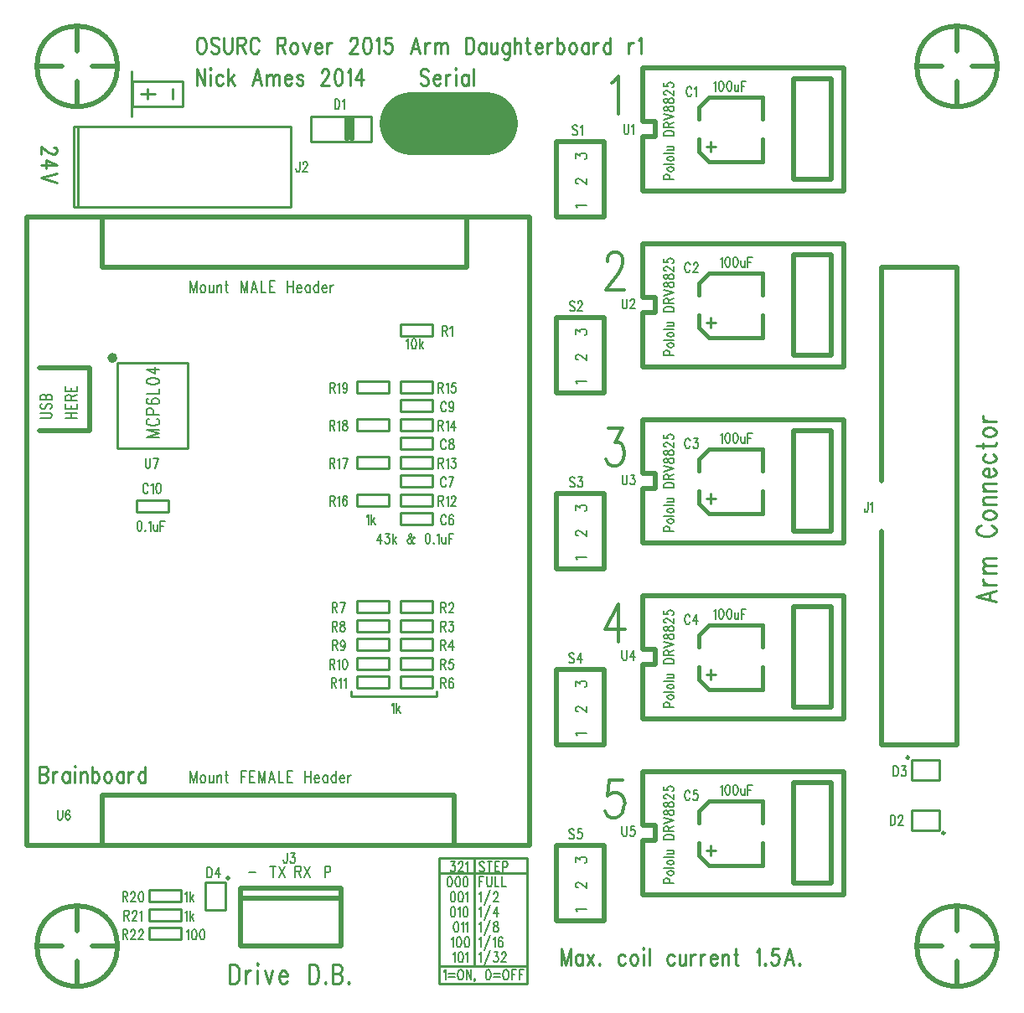
<source format=gto>
*
*
G04 PADS 9.5 Build Number: 522968 generated Gerber (RS-274-X) file*
G04 PC Version=2.1*
*
%IN "Arm Board r1.pcb"*%
*
%MOIN*%
*
%FSLAX35Y35*%
*
*
*
*
G04 PC Standard Apertures*
*
*
G04 Thermal Relief Aperture macro.*
%AMTER*
1,1,$1,0,0*
1,0,$1-$2,0,0*
21,0,$3,$4,0,0,45*
21,0,$3,$4,0,0,135*
%
*
*
G04 Annular Aperture macro.*
%AMANN*
1,1,$1,0,0*
1,0,$2,0,0*
%
*
*
G04 Odd Aperture macro.*
%AMODD*
1,1,$1,0,0*
1,0,$1-0.005,0,0*
%
*
*
G04 PC Custom Aperture Macros*
*
*
*
*
*
*
G04 PC Aperture Table*
*
%ADD010C,0.001*%
%ADD018C,0.01*%
%ADD022C,0.015*%
%ADD041C,0.02*%
%ADD056C,0.008*%
%ADD057C,0.01969*%
%ADD058C,0.00984*%
%ADD059C,0.007*%
%ADD060C,0.013*%
%ADD061C,0.25*%
*
*
*
*
G04 PC Circuitry*
G04 Layer Name Arm Board r1.pcb - circuitry*
%LPD*%
*
*
G04 PC Custom Flashes*
G04 Layer Name Arm Board r1.pcb - flashes*
%LPD*%
*
*
G04 PC Circuitry*
G04 Layer Name Arm Board r1.pcb - circuitry*
%LPD*%
*
G54D10*
G54D18*
G01X261299Y367362D02*
X248701D01*
Y362638*
X261299*
Y367362D02*
Y362638D01*
X255675*
X205000Y414000D02*
Y446000D01*
X118622*
Y414000*
X205000*
X120197Y414252D02*
Y445748D01*
X237000Y440000D02*
X213000D01*
Y450000*
X237000*
Y440000*
X231201Y230138D02*
X243799D01*
Y234862*
X231201*
Y230138D02*
Y234862D01*
X236825*
X231201Y222638D02*
X243799D01*
Y227362*
X231201*
Y222638D02*
Y227362D01*
X236825*
X261299Y257362D02*
X248701D01*
Y252638*
X261299*
Y257362D02*
Y252638D01*
X255675*
X261299Y249862D02*
X248701D01*
Y245138*
X261299*
Y249862D02*
Y245138D01*
X255675*
X261299Y242362D02*
X248701D01*
Y237638*
X261299*
Y242362D02*
Y237638D01*
X255675*
X261299Y234862D02*
X248701D01*
Y230138*
X261299*
Y234862D02*
Y230138D01*
X255675*
X261299Y227362D02*
X248701D01*
Y222638*
X261299*
Y227362D02*
Y222638D01*
X255675*
X231201Y252638D02*
X243799D01*
Y257362*
X231201*
Y252638D02*
Y257362D01*
X236825*
X231201Y245138D02*
X243799D01*
Y249862*
X231201*
Y245138D02*
Y249862D01*
X236825*
X231201Y237638D02*
X243799D01*
Y242362*
X231201*
Y237638D02*
Y242362D01*
X236825*
X463012Y166063D02*
X451988D01*
Y173937*
X463012*
Y166063*
X465187Y165000D02*
G75*
G03X465187I-600J0D01*
G01X261299Y292362D02*
X248701D01*
Y287638*
X261299*
Y292362D02*
Y287638D01*
X255675*
X261299Y307362D02*
X248701D01*
Y302638*
X261299*
Y307362D02*
Y302638D01*
X255675*
X261299Y322362D02*
X248701D01*
Y317638*
X261299*
Y322362D02*
Y317638D01*
X255675*
X261299Y337362D02*
X248701D01*
Y332638*
X261299*
Y337362D02*
Y332638D01*
X255675*
X136000Y345000D02*
Y318000D01*
X164000*
Y352000*
X136000*
Y345000*
X261299Y299862D02*
X248701D01*
Y295138*
X261299*
Y299862D02*
Y295138D01*
X255675*
X261299Y314862D02*
X248701D01*
Y310138*
X261299*
Y314862D02*
Y310138D01*
X255675*
X261299Y329862D02*
X248701D01*
Y325138*
X261299*
Y329862D02*
Y325138D01*
X255675*
X261299Y344862D02*
X248701D01*
Y340138*
X261299*
Y344862D02*
Y340138D01*
X255675*
X231201Y295138D02*
X243799D01*
Y299862*
X231201*
Y295138D02*
Y299862D01*
X236825*
X231201Y310138D02*
X243799D01*
Y314862*
X231201*
Y310138D02*
Y314862D01*
X236825*
X231201Y325138D02*
X243799D01*
Y329862*
X231201*
Y325138D02*
Y329862D01*
X236825*
X231201Y340138D02*
X243799D01*
Y344862*
X231201*
Y340138D02*
Y344862D01*
X236825*
X451988Y193937D02*
X463012D01*
Y186063*
X451988*
Y193937*
X451013Y195000D02*
G03X451013I-600J0D01*
G01X161299Y142362D02*
X148701D01*
Y137638*
X161299*
Y142362D02*
Y137638D01*
X155675*
X161299Y134862D02*
X148701D01*
Y130138*
X161299*
Y134862D02*
Y130138D01*
X155675*
X161299Y127362D02*
X148701D01*
Y122638*
X161299*
Y127362D02*
Y122638D01*
X155675*
X178937Y145512D02*
Y134488D01*
X171063*
Y145512*
X178937*
X180600Y147087D02*
G03X180600I-600J0D01*
G01X156299Y297362D02*
X143701D01*
Y292638*
X156299*
Y297362D02*
Y292638D01*
X150675*
X110500Y437886D02*
X110813D01*
X110813D02*
X111438Y437659D01*
X111438D02*
X111750Y437432D01*
X112063Y436977*
X112063D02*
Y436068D01*
X112063D02*
X111750Y435614D01*
X111438Y435386*
X111438D02*
X110813Y435159D01*
X110813D02*
X110188D01*
X110188D02*
X109563Y435386D01*
X109563D02*
X108625Y435841D01*
X105500Y438114*
Y434932*
X112063Y430614D02*
X107688Y432886D01*
X107688D02*
Y429477D01*
X112063Y430614D02*
X105500D01*
X112063Y427432D02*
X105500Y425614D01*
X112063Y423795D02*
X105500Y425614D01*
X158094Y457000D02*
Y461091D01*
X145281Y459045D02*
X150906D01*
X148094Y457000D02*
Y461091D01*
X180591Y112875D02*
Y105000D01*
Y112875D02*
X182500D01*
X183318Y112500*
X183864Y111750*
X184136Y111000*
X184409Y109875*
Y108000*
X184136Y106875*
X183864Y106125*
X183318Y105375*
X182500Y105000*
X180591*
X186864Y110250D02*
Y105000D01*
Y108000D02*
X187136Y109125D01*
X187682Y109875*
X188227Y110250*
X189045*
X191500Y112875D02*
X191773Y112500D01*
X192045Y112875*
X191773Y113250*
X191500Y112875*
X191773Y110250D02*
Y105000D01*
X194500Y110250D02*
X196136Y105000D01*
X197773Y110250D02*
X196136Y105000D01*
X200227Y108000D02*
X203500D01*
Y108750*
X203227Y109500*
X202955Y109875*
X202409Y110250*
X201591*
X201045Y109875*
X200500Y109125*
X200227Y108000*
Y107250*
X200500Y106125*
X201045Y105375*
X201591Y105000*
X202409*
X202955Y105375*
X203500Y106125*
X212227Y112875D02*
Y105000D01*
Y112875D02*
X214136D01*
X214955Y112500*
X215500Y111750*
X215773Y111000*
X216045Y109875*
Y108000*
X215773Y106875*
X215500Y106125*
X214955Y105375*
X214136Y105000*
X212227*
X218773Y105750D02*
X218500Y105375D01*
X218773Y105000*
X219045Y105375*
X218773Y105750*
X221500Y112875D02*
Y105000D01*
Y112875D02*
X223955D01*
X224773Y112500*
X225045Y112125*
X225318Y111375*
Y110625*
X225045Y109875*
X224773Y109500*
X223955Y109125*
X221500D02*
X223955D01*
X224773Y108750*
X225045Y108375*
X225318Y107625*
Y106500*
X225045Y105750*
X224773Y105375*
X223955Y105000*
X221500*
X228045Y105750D02*
X227773Y105375D01*
X228045Y105000*
X228318Y105375*
X228045Y105750*
X168864Y481563D02*
X168409Y481250D01*
X167955Y480625*
X167727Y480000*
X167500Y479063*
X167500D02*
Y477500D01*
X167727Y476563*
X167727D02*
X167955Y475938D01*
X167955D02*
X168409Y475313D01*
X168409D02*
X168864Y475000D01*
X169773*
X170227Y475313*
X170227D02*
X170682Y475938D01*
X170682D02*
X170909Y476563D01*
X170909D02*
X171136Y477500D01*
Y479063*
X171136D02*
X170909Y480000D01*
X170682Y480625*
X170227Y481250*
X169773Y481563*
X169773D02*
X168864D01*
X176364Y480625D02*
X175909Y481250D01*
X175227Y481563*
X175227D02*
X174318D01*
X174318D02*
X173636Y481250D01*
X173182Y480625*
Y480000*
X173409Y479375*
X173636Y479063*
X173636D02*
X174091Y478750D01*
X175455Y478125*
X175909Y477813*
X175909D02*
X176136Y477500D01*
X176364Y476875*
Y475938*
X176364D02*
X175909Y475313D01*
X175909D02*
X175227Y475000D01*
X174318*
X173636Y475313*
X173636D02*
X173182Y475938D01*
X178409Y481563D02*
Y476875D01*
X178636Y475938*
X178636D02*
X179091Y475313D01*
X179091D02*
X179773Y475000D01*
X180227*
X180909Y475313*
X180909D02*
X181364Y475938D01*
X181364D02*
X181591Y476875D01*
Y481563*
X183636D02*
Y475000D01*
Y481563D02*
X185682D01*
X185682D02*
X186364Y481250D01*
X186591Y480938*
X186591D02*
X186818Y480313D01*
X186818D02*
Y479688D01*
X186818D02*
X186591Y479063D01*
X186591D02*
X186364Y478750D01*
X185682Y478438*
X185682D02*
X183636D01*
X185227D02*
X186818Y475000D01*
X192273Y480000D02*
X192045Y480625D01*
X191591Y481250*
X191136Y481563*
X191136D02*
X190227D01*
X190227D02*
X189773Y481250D01*
X189318Y480625*
X189091Y480000*
X188864Y479063*
X188864D02*
Y477500D01*
X189091Y476563*
X189091D02*
X189318Y475938D01*
X189318D02*
X189773Y475313D01*
X189773D02*
X190227Y475000D01*
X191136*
X191591Y475313*
X191591D02*
X192045Y475938D01*
X192045D02*
X192273Y476563D01*
X199545Y481563D02*
Y475000D01*
Y481563D02*
X201591D01*
X201591D02*
X202273Y481250D01*
X202500Y480938*
X202500D02*
X202727Y480313D01*
X202727D02*
Y479688D01*
X202727D02*
X202500Y479063D01*
X202500D02*
X202273Y478750D01*
X201591Y478438*
X201591D02*
X199545D01*
X201136D02*
X202727Y475000D01*
X205909Y479375D02*
X205455Y479063D01*
X205455D02*
X205000Y478438D01*
X205000D02*
X204773Y477500D01*
Y476875*
X205000Y475938*
X205000D02*
X205455Y475313D01*
X205455D02*
X205909Y475000D01*
X206591*
X207045Y475313*
X207045D02*
X207500Y475938D01*
X207500D02*
X207727Y476875D01*
Y477500*
X207500Y478438*
X207500D02*
X207045Y479063D01*
X207045D02*
X206591Y479375D01*
X205909*
X209773D02*
X211136Y475000D01*
X212500Y479375D02*
X211136Y475000D01*
X214545Y477500D02*
X217273D01*
Y478125*
X217045Y478750*
X216818Y479063*
X216818D02*
X216364Y479375D01*
X215682*
X215227Y479063*
X215227D02*
X214773Y478438D01*
X214773D02*
X214545Y477500D01*
Y476875*
X214773Y475938*
X214773D02*
X215227Y475313D01*
X215227D02*
X215682Y475000D01*
X216364*
X216818Y475313*
X216818D02*
X217273Y475938D01*
X219318Y479375D02*
Y475000D01*
Y477500D02*
X219545Y478438D01*
X219545D02*
X220000Y479063D01*
X220000D02*
X220455Y479375D01*
X221136*
X228636Y480000D02*
Y480313D01*
X228636D02*
X228864Y480938D01*
X228864D02*
X229091Y481250D01*
X229545Y481563*
X229545D02*
X230455D01*
X230455D02*
X230909Y481250D01*
X231136Y480938*
X231136D02*
X231364Y480313D01*
X231364D02*
Y479688D01*
X231364D02*
X231136Y479063D01*
X231136D02*
X230682Y478125D01*
X228409Y475000*
X231591*
X235000Y481563D02*
X234318Y481250D01*
X233864Y480313*
X233864D02*
X233636Y478750D01*
Y477813*
X233636D02*
X233864Y476250D01*
X234318Y475313*
X234318D02*
X235000Y475000D01*
X235455*
X236136Y475313*
X236136D02*
X236591Y476250D01*
X236818Y477813*
X236818D02*
Y478750D01*
X236591Y480313*
X236591D02*
X236136Y481250D01*
X235455Y481563*
X235455D02*
X235000D01*
X238864Y480313D02*
X239318Y480625D01*
X240000Y481563*
X240000D02*
Y475000D01*
X245000Y481563D02*
X242727D01*
X242727D02*
X242500Y478750D01*
X242727Y479063*
X242727D02*
X243409Y479375D01*
X244091*
X244773Y479063*
X244773D02*
X245227Y478438D01*
X245227D02*
X245455Y477500D01*
X245227Y476875*
X245000Y475938*
X245000D02*
X244545Y475313D01*
X244545D02*
X243864Y475000D01*
X243182*
X242500Y475313*
X242500D02*
X242273Y475625D01*
X242045Y476250*
X254545Y481563D02*
X252727Y475000D01*
X254545Y481563D02*
X256364Y475000D01*
X253409Y477188D02*
X255682D01*
X258409Y479375D02*
Y475000D01*
Y477500D02*
X258636Y478438D01*
X258636D02*
X259091Y479063D01*
X259091D02*
X259545Y479375D01*
X260227*
X262273D02*
Y475000D01*
Y478125D02*
X262955Y479063D01*
X262955D02*
X263409Y479375D01*
X264091*
X264545Y479063*
X264545D02*
X264773Y478125D01*
Y475000*
Y478125D02*
X265455Y479063D01*
X265455D02*
X265909Y479375D01*
X266591*
X267045Y479063*
X267045D02*
X267273Y478125D01*
Y475000*
X274545Y481563D02*
Y475000D01*
Y481563D02*
X276136D01*
X276136D02*
X276818Y481250D01*
X277273Y480625*
X277500Y480000*
X277727Y479063*
X277727D02*
Y477500D01*
X277500Y476563*
X277500D02*
X277273Y475938D01*
X277273D02*
X276818Y475313D01*
X276818D02*
X276136Y475000D01*
X274545*
X282500Y479375D02*
Y475000D01*
Y478438D02*
X282045Y479063D01*
X282045D02*
X281591Y479375D01*
X280909*
X280455Y479063*
X280455D02*
X280000Y478438D01*
X280000D02*
X279773Y477500D01*
Y476875*
X280000Y475938*
X280000D02*
X280455Y475313D01*
X280455D02*
X280909Y475000D01*
X281591*
X282045Y475313*
X282045D02*
X282500Y475938D01*
X284545Y479375D02*
Y476250D01*
X284773Y475313*
X284773D02*
X285227Y475000D01*
X285909*
X286364Y475313*
X286364D02*
X287045Y476250D01*
Y479375D02*
Y475000D01*
X291818Y479375D02*
Y474375D01*
X291591Y473437*
X291591D02*
X291364Y473125D01*
X290909Y472812*
X290909D02*
X290227D01*
X290227D02*
X289773Y473125D01*
X291818Y478438D02*
X291364Y479063D01*
X291364D02*
X290909Y479375D01*
X290227*
X289773Y479063*
X289773D02*
X289318Y478438D01*
X289318D02*
X289091Y477500D01*
Y476875*
X289318Y475938*
X289318D02*
X289773Y475313D01*
X289773D02*
X290227Y475000D01*
X290909*
X291364Y475313*
X291364D02*
X291818Y475938D01*
X293864Y481563D02*
Y475000D01*
Y478125D02*
X294545Y479063D01*
X294545D02*
X295000Y479375D01*
X295682*
X296136Y479063*
X296136D02*
X296364Y478125D01*
Y475000*
X299091Y481563D02*
Y476250D01*
X299318Y475313*
X299318D02*
X299773Y475000D01*
X300227*
X298409Y479375D02*
X300000D01*
X302273Y477500D02*
X305000D01*
Y478125*
X304773Y478750*
X304545Y479063*
X304545D02*
X304091Y479375D01*
X303409*
X302955Y479063*
X302955D02*
X302500Y478438D01*
X302500D02*
X302273Y477500D01*
Y476875*
X302500Y475938*
X302500D02*
X302955Y475313D01*
X302955D02*
X303409Y475000D01*
X304091*
X304545Y475313*
X304545D02*
X305000Y475938D01*
X307045Y479375D02*
Y475000D01*
Y477500D02*
X307273Y478438D01*
X307273D02*
X307727Y479063D01*
X307727D02*
X308182Y479375D01*
X308864*
X310909Y481563D02*
Y475000D01*
Y478438D02*
X311364Y479063D01*
X311364D02*
X311818Y479375D01*
X312500*
X312955Y479063*
X312955D02*
X313409Y478438D01*
X313409D02*
X313636Y477500D01*
Y476875*
X313409Y475938*
X313409D02*
X312955Y475313D01*
X312955D02*
X312500Y475000D01*
X311818*
X311364Y475313*
X311364D02*
X310909Y475938D01*
X316818Y479375D02*
X316364Y479063D01*
X316364D02*
X315909Y478438D01*
X315909D02*
X315682Y477500D01*
Y476875*
X315909Y475938*
X315909D02*
X316364Y475313D01*
X316364D02*
X316818Y475000D01*
X317500*
X317955Y475313*
X317955D02*
X318409Y475938D01*
X318409D02*
X318636Y476875D01*
Y477500*
X318409Y478438*
X318409D02*
X317955Y479063D01*
X317955D02*
X317500Y479375D01*
X316818*
X323409D02*
Y475000D01*
Y478438D02*
X322955Y479063D01*
X322955D02*
X322500Y479375D01*
X321818*
X321364Y479063*
X321364D02*
X320909Y478438D01*
X320909D02*
X320682Y477500D01*
Y476875*
X320909Y475938*
X320909D02*
X321364Y475313D01*
X321364D02*
X321818Y475000D01*
X322500*
X322955Y475313*
X322955D02*
X323409Y475938D01*
X325455Y479375D02*
Y475000D01*
Y477500D02*
X325682Y478438D01*
X325682D02*
X326136Y479063D01*
X326136D02*
X326591Y479375D01*
X327273*
X332045Y481563D02*
Y475000D01*
Y478438D02*
X331591Y479063D01*
X331591D02*
X331136Y479375D01*
X330455*
X330000Y479063*
X330000D02*
X329545Y478438D01*
X329545D02*
X329318Y477500D01*
Y476875*
X329545Y475938*
X329545D02*
X330000Y475313D01*
X330000D02*
X330455Y475000D01*
X331136*
X331591Y475313*
X331591D02*
X332045Y475938D01*
X339318Y479375D02*
Y475000D01*
Y477500D02*
X339545Y478438D01*
X339545D02*
X340000Y479063D01*
X340000D02*
X340455Y479375D01*
X341136*
X343182Y480313D02*
X343636Y480625D01*
X344318Y481563*
X344318D02*
Y475000D01*
X167500Y469063D02*
Y462500D01*
Y469063D02*
X170682Y462500D01*
Y469063D02*
Y462500D01*
X172727Y469063D02*
X172955Y468750D01*
X173182Y469063*
X173182D02*
X172955Y469375D01*
X172727Y469063*
X172955Y466875D02*
Y462500D01*
X177955Y465938D02*
X177500Y466563D01*
X177500D02*
X177045Y466875D01*
X176364*
X175909Y466563*
X175909D02*
X175455Y465938D01*
X175455D02*
X175227Y465000D01*
Y464375*
X175455Y463438*
X175455D02*
X175909Y462813D01*
X175909D02*
X176364Y462500D01*
X177045*
X177500Y462813*
X177500D02*
X177955Y463438D01*
X180000Y469063D02*
Y462500D01*
X182273Y466875D02*
X180000Y463750D01*
X180909Y465000D02*
X182500Y462500D01*
X191591Y469063D02*
X189773Y462500D01*
X191591Y469063D02*
X193409Y462500D01*
X190455Y464688D02*
X192727D01*
X195455Y466875D02*
Y462500D01*
Y465625D02*
X196136Y466563D01*
X196136D02*
X196591Y466875D01*
X197273*
X197727Y466563*
X197727D02*
X197955Y465625D01*
Y462500*
Y465625D02*
X198636Y466563D01*
X198636D02*
X199091Y466875D01*
X199773*
X200227Y466563*
X200227D02*
X200455Y465625D01*
Y462500*
X202500Y465000D02*
X205227D01*
Y465625*
X205000Y466250*
X204773Y466563*
X204773D02*
X204318Y466875D01*
X203636*
X203182Y466563*
X203182D02*
X202727Y465938D01*
X202727D02*
X202500Y465000D01*
Y464375*
X202727Y463438*
X202727D02*
X203182Y462813D01*
X203182D02*
X203636Y462500D01*
X204318*
X204773Y462813*
X204773D02*
X205227Y463438D01*
X209773Y465938D02*
X209545Y466563D01*
X209545D02*
X208864Y466875D01*
X208182*
X207500Y466563*
X207500D02*
X207273Y465938D01*
X207273D02*
X207500Y465313D01*
X207500D02*
X207955Y465000D01*
X209091Y464688*
X209091D02*
X209545Y464375D01*
X209773Y463750*
Y463438*
X209773D02*
X209545Y462813D01*
X209545D02*
X208864Y462500D01*
X208182*
X207500Y462813*
X207500D02*
X207273Y463438D01*
X217273Y467500D02*
Y467813D01*
X217273D02*
X217500Y468438D01*
X217500D02*
X217727Y468750D01*
X218182Y469063*
X218182D02*
X219091D01*
X219091D02*
X219545Y468750D01*
X219773Y468438*
X219773D02*
X220000Y467813D01*
X220000D02*
Y467188D01*
X220000D02*
X219773Y466563D01*
X219773D02*
X219318Y465625D01*
X217045Y462500*
X220227*
X223636Y469063D02*
X222955Y468750D01*
X222500Y467813*
X222500D02*
X222273Y466250D01*
Y465313*
X222273D02*
X222500Y463750D01*
X222955Y462813*
X222955D02*
X223636Y462500D01*
X224091*
X224773Y462813*
X224773D02*
X225227Y463750D01*
X225455Y465313*
X225455D02*
Y466250D01*
X225227Y467813*
X225227D02*
X224773Y468750D01*
X224091Y469063*
X224091D02*
X223636D01*
X227500Y467813D02*
X227955Y468125D01*
X228636Y469063*
X228636D02*
Y462500D01*
X232955Y469063D02*
X230682Y464688D01*
X230682D02*
X234091D01*
X232955Y469063D02*
Y462500D01*
X477625Y259182D02*
X485500Y257000D01*
X477625Y259182D02*
X485500Y261364D01*
X482875Y257818D02*
Y260545D01*
X480250Y263818D02*
X485500D01*
X482500D02*
X481375Y264091D01*
X480625Y264636*
X480250Y265182*
Y266000*
Y268455D02*
X485500D01*
X481750D02*
X480625Y269273D01*
X480250Y269818*
Y270636*
X480625Y271182*
X481750Y271455*
X485500*
X481750D02*
X480625Y272273D01*
X480250Y272818*
Y273636*
X480625Y274182*
X481750Y274455*
X485500*
X479500Y287273D02*
X478750Y287000D01*
X478000Y286455*
X477625Y285909*
Y284818*
X478000Y284273*
X478750Y283727*
X479500Y283455*
X480625Y283182*
X482500*
X483625Y283455*
X484375Y283727*
X485125Y284273*
X485500Y284818*
Y285909*
X485125Y286455*
X484375Y287000*
X483625Y287273*
X480250Y291091D02*
X480625Y290545D01*
X481375Y290000*
X482500Y289727*
X483250*
X484375Y290000*
X485125Y290545*
X485500Y291091*
Y291909*
X485125Y292455*
X484375Y293000*
X483250Y293273*
X482500*
X481375Y293000*
X480625Y292455*
X480250Y291909*
Y291091*
Y295727D02*
X485500D01*
X481750D02*
X480625Y296545D01*
X480250Y297091*
Y297909*
X480625Y298455*
X481750Y298727*
X485500*
X480250Y301182D02*
X485500D01*
X481750D02*
X480625Y302000D01*
X480250Y302545*
Y303364*
X480625Y303909*
X481750Y304182*
X485500*
X482500Y306636D02*
Y309909D01*
X481750*
X481000Y309636*
X480625Y309364*
X480250Y308818*
Y308000*
X480625Y307455*
X481375Y306909*
X482500Y306636*
X483250*
X484375Y306909*
X485125Y307455*
X485500Y308000*
Y308818*
X485125Y309364*
X484375Y309909*
X481375Y315636D02*
X480625Y315091D01*
X480250Y314545*
Y313727*
X480625Y313182*
X481375Y312636*
X482500Y312364*
X483250*
X484375Y312636*
X485125Y313182*
X485500Y313727*
Y314545*
X485125Y315091*
X484375Y315636*
X477625Y318909D02*
X484000D01*
X485125Y319182*
X485500Y319727*
Y320273*
X480250Y318091D02*
Y320000D01*
Y324091D02*
X480625Y323545D01*
X481375Y323000*
X482500Y322727*
X483250*
X484375Y323000*
X485125Y323545*
X485500Y324091*
Y324909*
X485125Y325455*
X484375Y326000*
X483250Y326273*
X482500*
X481375Y326000*
X480625Y325455*
X480250Y324909*
Y324091*
Y328727D02*
X485500D01*
X482500D02*
X481375Y329000D01*
X480625Y329545*
X480250Y330091*
Y330909*
X259659Y468125D02*
X259205Y468750D01*
X258523Y469063*
X258523D02*
X257614D01*
X257614D02*
X256932Y468750D01*
X256477Y468125*
Y467500*
X256705Y466875*
X256932Y466563*
X256932D02*
X257386Y466250D01*
X258750Y465625*
X259205Y465313*
X259205D02*
X259432Y465000D01*
X259659Y464375*
Y463438*
X259659D02*
X259205Y462813D01*
X259205D02*
X258523Y462500D01*
X257614*
X256932Y462813*
X256932D02*
X256477Y463438D01*
X261705Y465000D02*
X264432D01*
Y465625*
X264205Y466250*
X263977Y466563*
X263977D02*
X263523Y466875D01*
X262841*
X262386Y466563*
X262386D02*
X261932Y465938D01*
X261932D02*
X261705Y465000D01*
Y464375*
X261932Y463438*
X261932D02*
X262386Y462813D01*
X262386D02*
X262841Y462500D01*
X263523*
X263977Y462813*
X263977D02*
X264432Y463438D01*
X266477Y466875D02*
Y462500D01*
Y465000D02*
X266705Y465938D01*
X266705D02*
X267159Y466563D01*
X267159D02*
X267614Y466875D01*
X268295*
X270341Y469063D02*
X270568Y468750D01*
X270795Y469063*
X270795D02*
X270568Y469375D01*
X270341Y469063*
X270568Y466875D02*
Y462500D01*
X275568Y466875D02*
Y462500D01*
Y465938D02*
X275114Y466563D01*
X275114D02*
X274659Y466875D01*
X273977*
X273523Y466563*
X273523D02*
X273068Y465938D01*
X273068D02*
X272841Y465000D01*
Y464375*
X273068Y463438*
X273068D02*
X273523Y462813D01*
X273523D02*
X273977Y462500D01*
X274659*
X275114Y462813*
X275114D02*
X275568Y463438D01*
X277614Y469063D02*
Y462500D01*
X312500Y119063D02*
Y112500D01*
Y119063D02*
X314318Y112500D01*
X316136Y119063D02*
X314318Y112500D01*
X316136Y119063D02*
Y112500D01*
X320909Y116875D02*
Y112500D01*
Y115938D02*
X320455Y116563D01*
X320455D02*
X320000Y116875D01*
X319318*
X318864Y116563*
X318864D02*
X318409Y115938D01*
X318409D02*
X318182Y115000D01*
Y114375*
X318409Y113438*
X318409D02*
X318864Y112813D01*
X318864D02*
X319318Y112500D01*
X320000*
X320455Y112813*
X320455D02*
X320909Y113438D01*
X322955Y116875D02*
X325455Y112500D01*
Y116875D02*
X322955Y112500D01*
X327727Y113125D02*
X327500Y112813D01*
X327500D02*
X327727Y112500D01*
X327955Y112813*
X327955D02*
X327727Y113125D01*
X337955Y115938D02*
X337500Y116563D01*
X337500D02*
X337045Y116875D01*
X336364*
X335909Y116563*
X335909D02*
X335455Y115938D01*
X335455D02*
X335227Y115000D01*
Y114375*
X335455Y113438*
X335455D02*
X335909Y112813D01*
X335909D02*
X336364Y112500D01*
X337045*
X337500Y112813*
X337500D02*
X337955Y113438D01*
X341136Y116875D02*
X340682Y116563D01*
X340682D02*
X340227Y115938D01*
X340227D02*
X340000Y115000D01*
Y114375*
X340227Y113438*
X340227D02*
X340682Y112813D01*
X340682D02*
X341136Y112500D01*
X341818*
X342273Y112813*
X342273D02*
X342727Y113438D01*
X342727D02*
X342955Y114375D01*
Y115000*
X342727Y115938*
X342727D02*
X342273Y116563D01*
X342273D02*
X341818Y116875D01*
X341136*
X345000Y119063D02*
X345227Y118750D01*
X345455Y119063*
X345455D02*
X345227Y119375D01*
X345000Y119063*
X345227Y116875D02*
Y112500D01*
X347500Y119063D02*
Y112500D01*
X357500Y115938D02*
X357045Y116563D01*
X357045D02*
X356591Y116875D01*
X355909*
X355455Y116563*
X355455D02*
X355000Y115938D01*
X355000D02*
X354773Y115000D01*
Y114375*
X355000Y113438*
X355000D02*
X355455Y112813D01*
X355455D02*
X355909Y112500D01*
X356591*
X357045Y112813*
X357045D02*
X357500Y113438D01*
X359545Y116875D02*
Y113750D01*
X359773Y112813*
X359773D02*
X360227Y112500D01*
X360909*
X361364Y112813*
X361364D02*
X362045Y113750D01*
Y116875D02*
Y112500D01*
X364091Y116875D02*
Y112500D01*
Y115000D02*
X364318Y115938D01*
X364318D02*
X364773Y116563D01*
X364773D02*
X365227Y116875D01*
X365909*
X367955D02*
Y112500D01*
Y115000D02*
X368182Y115938D01*
X368182D02*
X368636Y116563D01*
X368636D02*
X369091Y116875D01*
X369773*
X371818Y115000D02*
X374545D01*
Y115625*
X374318Y116250*
X374091Y116563*
X374091D02*
X373636Y116875D01*
X372955*
X372500Y116563*
X372500D02*
X372045Y115938D01*
X372045D02*
X371818Y115000D01*
Y114375*
X372045Y113438*
X372045D02*
X372500Y112813D01*
X372500D02*
X372955Y112500D01*
X373636*
X374091Y112813*
X374091D02*
X374545Y113438D01*
X376591Y116875D02*
Y112500D01*
Y115625D02*
X377273Y116563D01*
X377273D02*
X377727Y116875D01*
X378409*
X378864Y116563*
X378864D02*
X379091Y115625D01*
Y112500*
X381818Y119063D02*
Y113750D01*
X382045Y112813*
X382045D02*
X382500Y112500D01*
X382955*
X381136Y116875D02*
X382727D01*
X390227Y117813D02*
X390682Y118125D01*
X391364Y119063*
X391364D02*
Y112500D01*
X393636Y113125D02*
X393409Y112813D01*
X393409D02*
X393636Y112500D01*
X393864Y112813*
X393864D02*
X393636Y113125D01*
X398864Y119063D02*
X396591D01*
X396591D02*
X396364Y116250D01*
X396591Y116563*
X396591D02*
X397273Y116875D01*
X397955*
X398636Y116563*
X398636D02*
X399091Y115938D01*
X399091D02*
X399318Y115000D01*
X399091Y114375*
X398864Y113438*
X398864D02*
X398409Y112813D01*
X398409D02*
X397727Y112500D01*
X397045*
X396364Y112813*
X396364D02*
X396136Y113125D01*
X395909Y113750*
X403182Y119063D02*
X401364Y112500D01*
X403182Y119063D02*
X405000Y112500D01*
X402045Y114688D02*
X404318D01*
X407273Y113125D02*
X407045Y112813D01*
X407045D02*
X407273Y112500D01*
X407500Y112813*
X407500D02*
X407273Y113125D01*
X105000Y191563D02*
Y185000D01*
Y191563D02*
X107045D01*
X107045D02*
X107727Y191250D01*
X107955Y190938*
X107955D02*
X108182Y190313D01*
X108182D02*
Y189688D01*
X108182D02*
X107955Y189063D01*
X107955D02*
X107727Y188750D01*
X107045Y188438*
X105000D02*
X107045D01*
X107045D02*
X107727Y188125D01*
X107955Y187813*
X107955D02*
X108182Y187188D01*
X108182D02*
Y186250D01*
X107955Y185625*
X107727Y185313*
X107727D02*
X107045Y185000D01*
X105000*
X110227Y189375D02*
Y185000D01*
Y187500D02*
X110455Y188438D01*
X110455D02*
X110909Y189063D01*
X110909D02*
X111364Y189375D01*
X112045*
X116818D02*
Y185000D01*
Y188438D02*
X116364Y189063D01*
X116364D02*
X115909Y189375D01*
X115227*
X114773Y189063*
X114773D02*
X114318Y188438D01*
X114318D02*
X114091Y187500D01*
Y186875*
X114318Y185938*
X114318D02*
X114773Y185313D01*
X114773D02*
X115227Y185000D01*
X115909*
X116364Y185313*
X116364D02*
X116818Y185938D01*
X118864Y191563D02*
X119091Y191250D01*
X119318Y191563*
X119318D02*
X119091Y191875D01*
X118864Y191563*
X119091Y189375D02*
Y185000D01*
X121364Y189375D02*
Y185000D01*
Y188125D02*
X122045Y189063D01*
X122045D02*
X122500Y189375D01*
X123182*
X123636Y189063*
X123636D02*
X123864Y188125D01*
Y185000*
X125909Y191563D02*
Y185000D01*
Y188438D02*
X126364Y189063D01*
X126364D02*
X126818Y189375D01*
X127500*
X127955Y189063*
X127955D02*
X128409Y188438D01*
X128409D02*
X128636Y187500D01*
Y186875*
X128409Y185938*
X128409D02*
X127955Y185313D01*
X127955D02*
X127500Y185000D01*
X126818*
X126364Y185313*
X126364D02*
X125909Y185938D01*
X131818Y189375D02*
X131364Y189063D01*
X131364D02*
X130909Y188438D01*
X130909D02*
X130682Y187500D01*
Y186875*
X130909Y185938*
X130909D02*
X131364Y185313D01*
X131364D02*
X131818Y185000D01*
X132500*
X132955Y185313*
X132955D02*
X133409Y185938D01*
X133409D02*
X133636Y186875D01*
Y187500*
X133409Y188438*
X133409D02*
X132955Y189063D01*
X132955D02*
X132500Y189375D01*
X131818*
X138409D02*
Y185000D01*
Y188438D02*
X137955Y189063D01*
X137955D02*
X137500Y189375D01*
X136818*
X136364Y189063*
X136364D02*
X135909Y188438D01*
X135909D02*
X135682Y187500D01*
Y186875*
X135909Y185938*
X135909D02*
X136364Y185313D01*
X136364D02*
X136818Y185000D01*
X137500*
X137955Y185313*
X137955D02*
X138409Y185938D01*
X140455Y189375D02*
Y185000D01*
Y187500D02*
X140682Y188438D01*
X140682D02*
X141136Y189063D01*
X141136D02*
X141591Y189375D01*
X142273*
X147045Y191563D02*
Y185000D01*
Y188438D02*
X146591Y189063D01*
X146591D02*
X146136Y189375D01*
X145455*
X145000Y189063*
X145000D02*
X144545Y188438D01*
X144545D02*
X144318Y187500D01*
Y186875*
X144545Y185938*
X144545D02*
X145000Y185313D01*
X145000D02*
X145455Y185000D01*
X146136*
X146591Y185313*
X146591D02*
X147045Y185938D01*
X162000Y454000D02*
X142000D01*
Y464000*
X162000*
Y454000*
X141500Y450000D02*
Y468000D01*
X229000Y221500D02*
Y219500D01*
X263000*
Y221500*
X278000Y154000D02*
Y112000D01*
X264000Y105000D02*
Y155000D01*
X299000*
Y105000*
X264000*
Y149000D02*
X299000D01*
X264000Y112000D02*
X298000D01*
X299000D02*
X297000D01*
X278000Y155000D02*
Y154000D01*
G54D22*
X380000Y432205D02*
X392795D01*
Y441063*
Y448937D02*
Y457795D01*
X380000*
X367205Y448937D02*
Y453858D01*
X371142Y457795*
X380000*
X367205Y441063D02*
Y436142D01*
X371142Y432205*
X380000*
Y362205D02*
X392795D01*
Y371063*
Y378937D02*
Y387795D01*
X380000*
X367205Y378937D02*
Y383858D01*
X371142Y387795*
X380000*
X367205Y371063D02*
Y366142D01*
X371142Y362205*
X380000*
Y292205D02*
X392795D01*
Y301063*
Y308937D02*
Y317795D01*
X380000*
X367205Y308937D02*
Y313858D01*
X371142Y317795*
X380000*
X367205Y301063D02*
Y296142D01*
X371142Y292205*
X380000*
Y222205D02*
X392795D01*
Y231063*
Y238937D02*
Y247795D01*
X380000*
X367205Y238937D02*
Y243858D01*
X371142Y247795*
X380000*
X367205Y231063D02*
Y226142D01*
X371142Y222205*
X380000*
Y152205D02*
X392795D01*
Y161063*
Y168937D02*
Y177795D01*
X380000*
X367205Y168937D02*
Y173858D01*
X371142Y177795*
X380000*
X367205Y161063D02*
Y156142D01*
X371142Y152205*
X380000*
G54D41*
X440000Y305000D02*
Y390000D01*
X470000*
Y200000*
X440000*
Y285000*
X329516Y410000D02*
X310484D01*
Y440000*
X329516*
Y410000*
Y340000D02*
X310484D01*
Y370000*
X329516*
Y340000*
Y270000D02*
X310484D01*
Y300000*
X329516*
Y270000*
Y200000D02*
X310484D01*
Y230000*
X329516*
Y200000*
Y130000D02*
X310484D01*
Y160000*
X329516*
Y130000*
X185000Y160000D02*
X195000D01*
Y410000D02*
X205000D01*
X100000Y165000D02*
Y170000D01*
X300000Y165000D02*
Y175000D01*
X100000Y160000D02*
X300000D01*
Y410000*
X100000*
Y160000*
X105000Y350000D02*
X125000D01*
Y325000*
X105000*
X130000Y410000D02*
Y390000D01*
X275000*
Y410000*
X130000Y160000D02*
Y180000D01*
X270000*
Y160000*
X136000Y120000D02*
G03X136000I-16000J0D01*
G01X120000Y136000D02*
Y126000D01*
X136000Y120000D02*
X126000D01*
X120000Y104000D02*
Y114000D01*
X104000Y120000D02*
X114000D01*
X136000Y470000D02*
G03X136000I-16000J0D01*
G01X120000Y486000D02*
Y476000D01*
X136000Y470000D02*
X126000D01*
X120000Y454000D02*
Y464000D01*
X104000Y470000D02*
X114000D01*
X486000D02*
G03X486000I-16000J0D01*
G01X470000Y486000D02*
Y476000D01*
X486000Y470000D02*
X476000D01*
X470000Y454000D02*
Y464000D01*
X454000Y470000D02*
X464000D01*
X486000Y120000D02*
G03X486000I-16000J0D01*
G01X470000Y136000D02*
Y126000D01*
X486000Y120000D02*
X476000D01*
X470000Y104000D02*
Y114000D01*
X454000Y120000D02*
X464000D01*
X135000Y354000D02*
G03X135000I-1000J0D01*
G01X225000Y120000D02*
Y143000D01*
X185000*
Y120000*
X225000*
Y139000D02*
X185000D01*
Y143000*
X225000*
Y139000*
X345000Y420484D02*
Y441936D01*
X350000*
Y448064*
X345000*
Y469516*
X425000*
Y420484*
X345000*
X405000Y425000D02*
X420000D01*
Y465000*
X405000*
Y425000*
X345000Y350484D02*
Y371936D01*
X350000*
Y378064*
X345000*
Y399516*
X425000*
Y350484*
X345000*
X405000Y355000D02*
X420000D01*
Y395000*
X405000*
Y355000*
X345000Y280484D02*
Y301936D01*
X350000*
Y308064*
X345000*
Y329516*
X425000*
Y280484*
X345000*
X405000Y285000D02*
X420000D01*
Y325000*
X405000*
Y285000*
X345000Y210484D02*
Y231936D01*
X350000*
Y238064*
X345000*
Y259516*
X425000*
Y210484*
X345000*
X405000Y215000D02*
X420000D01*
Y255000*
X405000*
Y215000*
X345000Y140484D02*
Y161936D01*
X350000*
Y168064*
X345000*
Y189516*
X425000*
Y140484*
X345000*
X405000Y145000D02*
X420000D01*
Y185000*
X405000*
Y145000*
G54D56*
X319016Y413884D02*
X318797Y414202D01*
X318141Y414680*
X322734*
X319234Y423327D02*
X319016D01*
X318578Y423486*
X318359Y423645*
X318141Y423964*
Y424600*
X318359Y424918*
X318578Y425077*
X319016Y425236*
X319453*
X319891Y425077*
X320547Y424759*
X322734Y423168*
Y425395*
X318141Y433486D02*
Y435236D01*
X319891Y434282*
Y434759*
X320109Y435077*
X320328Y435236*
X320984Y435395*
X321422*
X322078Y435236*
X322516Y434918*
X322734Y434441*
Y433964*
X322516Y433486*
X322297Y433327*
X321859Y433168*
X319016Y343884D02*
X318797Y344202D01*
X318141Y344680*
X322734*
X319234Y353327D02*
X319016D01*
X318578Y353486*
X318359Y353645*
X318141Y353964*
Y354600*
X318359Y354918*
X318578Y355077*
X319016Y355236*
X319453*
X319891Y355077*
X320547Y354759*
X322734Y353168*
Y355395*
X318141Y363486D02*
Y365236D01*
X319891Y364282*
Y364759*
X320109Y365077*
X320328Y365236*
X320984Y365395*
X321422*
X322078Y365236*
X322516Y364918*
X322734Y364441*
Y363964*
X322516Y363486*
X322297Y363327*
X321859Y363168*
X319016Y273884D02*
X318797Y274202D01*
X318141Y274680*
X322734*
X319234Y283327D02*
X319016D01*
X318578Y283486*
X318359Y283645*
X318141Y283964*
Y284600*
X318359Y284918*
X318578Y285077*
X319016Y285236*
X319453*
X319891Y285077*
X320547Y284759*
X322734Y283168*
Y285395*
X318141Y293486D02*
Y295236D01*
X319891Y294282*
Y294759*
X320109Y295077*
X320328Y295236*
X320984Y295395*
X321422*
X322078Y295236*
X322516Y294918*
X322734Y294441*
Y293964*
X322516Y293486*
X322297Y293327*
X321859Y293168*
X319016Y203884D02*
X318797Y204202D01*
X318141Y204680*
X322734*
X319234Y213327D02*
X319016D01*
X318578Y213486*
X318359Y213645*
X318141Y213964*
Y214600*
X318359Y214918*
X318578Y215077*
X319016Y215236*
X319453*
X319891Y215077*
X320547Y214759*
X322734Y213168*
Y215395*
X318141Y223486D02*
Y225236D01*
X319891Y224282*
Y224759*
X320109Y225077*
X320328Y225236*
X320984Y225395*
X321422*
X322078Y225236*
X322516Y224918*
X322734Y224441*
Y223964*
X322516Y223486*
X322297Y223327*
X321859Y223168*
X319016Y133884D02*
X318797Y134202D01*
X318141Y134680*
X322734*
X319234Y143327D02*
X319016D01*
X318578Y143486*
X318359Y143645*
X318141Y143964*
Y144600*
X318359Y144918*
X318578Y145077*
X319016Y145236*
X319453*
X319891Y145077*
X320547Y144759*
X322734Y143168*
Y145395*
X318141Y153486D02*
Y155236D01*
X319891Y154282*
Y154759*
X320109Y155077*
X320328Y155236*
X320984Y155395*
X321422*
X322078Y155236*
X322516Y154918*
X322734Y154441*
Y153964*
X322516Y153486*
X322297Y153327*
X321859Y153168*
X105406Y330000D02*
X108687D01*
X108687D02*
X109344Y330159D01*
X109781Y330477*
X110000Y330955*
Y331273*
X109781Y331750*
X109344Y332068*
X108687Y332227*
X108687D02*
X105406D01*
X106062Y335886D02*
X105625Y335568D01*
X105406Y335091*
Y334455*
X105625Y333977*
X106062Y333659*
X106062D02*
X106500D01*
X106937Y333818*
X106937D02*
X107156Y333977D01*
X107375Y334295*
X107812Y335250*
X107812D02*
X108031Y335568D01*
X108250Y335727*
X108687Y335886*
X108687D02*
X109344D01*
X109781Y335568*
X110000Y335091*
Y334455*
X109781Y333977*
X109344Y333659*
X105406Y337318D02*
X110000D01*
X105406D02*
Y338750D01*
X105625Y339227*
X105844Y339386*
X106281Y339545*
X106719*
X107156Y339386*
X107375Y339227*
X107594Y338750*
Y337318D02*
Y338750D01*
X107812Y339227*
X107812D02*
X108031Y339386D01*
X108469Y339545*
X109125*
X109562Y339386*
X109562D02*
X109781Y339227D01*
X110000Y338750*
Y337318*
X115406Y330000D02*
X120000D01*
X115406Y332227D02*
X120000D01*
X117594Y330000D02*
Y332227D01*
X115406Y333659D02*
X120000D01*
X115406D02*
Y335727D01*
X117594Y333659D02*
Y334932D01*
X120000Y333659D02*
Y335727D01*
X115406Y337159D02*
X120000D01*
X115406D02*
Y338591D01*
X115625Y339068*
X115844Y339227*
X116281Y339386*
X116719*
X117156Y339227*
X117375Y339068*
X117594Y338591*
Y337159*
Y338273D02*
X120000Y339386D01*
X115406Y340818D02*
X120000D01*
X115406D02*
Y342886D01*
X117594Y340818D02*
Y342091D01*
X120000Y340818D02*
Y342886D01*
X165000Y189594D02*
Y185000D01*
Y189594D02*
X166273Y185000D01*
X167545Y189594D02*
X166273Y185000D01*
X167545Y189594D02*
Y185000D01*
X169773Y188063D02*
X169455Y187844D01*
X169136Y187406*
X168977Y186750*
Y186313*
X168977D02*
X169136Y185656D01*
X169455Y185219*
X169773Y185000*
X170250*
X170568Y185219*
X170886Y185656*
X171045Y186313*
X171045D02*
Y186750D01*
X170886Y187406*
X170568Y187844*
X170250Y188063*
X170250D02*
X169773D01*
X172477D02*
Y185875D01*
X172636Y185219*
X172955Y185000*
X173432*
X173750Y185219*
X174227Y185875*
Y188063D02*
Y185000D01*
X175659Y188063D02*
Y185000D01*
Y187188D02*
X176136Y187844D01*
X176455Y188063*
X176455D02*
X176932D01*
X176932D02*
X177250Y187844D01*
X177409Y187188*
X177409D02*
Y185000D01*
X179318Y189594D02*
Y185875D01*
X179477Y185219*
X179795Y185000*
X180114*
X178841Y188063D02*
X179955D01*
X185205Y189594D02*
Y185000D01*
Y189594D02*
X187273D01*
X185205Y187406D02*
X186477D01*
X188705Y189594D02*
Y185000D01*
Y189594D02*
X190773D01*
X188705Y187406D02*
X189977D01*
X188705Y185000D02*
X190773D01*
X192205Y189594D02*
Y185000D01*
Y189594D02*
X193477Y185000D01*
X194750Y189594D02*
X193477Y185000D01*
X194750Y189594D02*
Y185000D01*
X197455Y189594D02*
X196182Y185000D01*
X197455Y189594D02*
X198727Y185000D01*
X196659Y186531D02*
X198250D01*
X200159Y189594D02*
Y185000D01*
X202068*
X203500Y189594D02*
Y185000D01*
Y189594D02*
X205568D01*
X203500Y187406D02*
X204773D01*
X203500Y185000D02*
X205568D01*
X210659Y189594D02*
Y185000D01*
X212886Y189594D02*
Y185000D01*
X210659Y187406D02*
X212886D01*
X214318Y186750D02*
X216227D01*
Y187188*
X216227D02*
X216068Y187625D01*
X215909Y187844*
X215591Y188063*
X215591D02*
X215114D01*
X215114D02*
X214795Y187844D01*
X214477Y187406*
X214318Y186750*
Y186313*
X214318D02*
X214477Y185656D01*
X214795Y185219*
X215114Y185000*
X215591*
X215909Y185219*
X216227Y185656*
X219568Y188063D02*
Y185000D01*
Y187406D02*
X219250Y187844D01*
X218932Y188063*
X218932D02*
X218455D01*
X218455D02*
X218136Y187844D01*
X217818Y187406*
X217659Y186750*
Y186313*
X217659D02*
X217818Y185656D01*
X218136Y185219*
X218455Y185000*
X218932*
X219250Y185219*
X219568Y185656*
X222909Y189594D02*
Y185000D01*
Y187406D02*
X222591Y187844D01*
X222273Y188063*
X222273D02*
X221795D01*
X221795D02*
X221477Y187844D01*
X221159Y187406*
X221000Y186750*
Y186313*
X221000D02*
X221159Y185656D01*
X221477Y185219*
X221795Y185000*
X222273*
X222591Y185219*
X222909Y185656*
X224341Y186750D02*
X226250D01*
Y187188*
X226250D02*
X226091Y187625D01*
X225932Y187844*
X225614Y188063*
X225614D02*
X225136D01*
X225136D02*
X224818Y187844D01*
X224500Y187406*
X224341Y186750*
Y186313*
X224341D02*
X224500Y185656D01*
X224818Y185219*
X225136Y185000*
X225614*
X225932Y185219*
X226250Y185656*
X227682Y188063D02*
Y185000D01*
Y186750D02*
X227841Y187406D01*
X228159Y187844*
X228477Y188063*
X228477D02*
X228955D01*
X165000Y384594D02*
Y380000D01*
Y384594D02*
X166273Y380000D01*
X167545Y384594D02*
X166273Y380000D01*
X167545Y384594D02*
Y380000D01*
X169773Y383063D02*
X169455Y382844D01*
X169136Y382406*
X168977Y381750*
Y381313*
X168977D02*
X169136Y380656D01*
X169455Y380219*
X169773Y380000*
X170250*
X170568Y380219*
X170886Y380656*
X171045Y381313*
X171045D02*
Y381750D01*
X170886Y382406*
X170568Y382844*
X170250Y383063*
X170250D02*
X169773D01*
X172477D02*
Y380875D01*
X172636Y380219*
X172955Y380000*
X173432*
X173750Y380219*
X174227Y380875*
Y383063D02*
Y380000D01*
X175659Y383063D02*
Y380000D01*
Y382188D02*
X176136Y382844D01*
X176455Y383063*
X176455D02*
X176932D01*
X176932D02*
X177250Y382844D01*
X177409Y382188*
X177409D02*
Y380000D01*
X179318Y384594D02*
Y380875D01*
X179477Y380219*
X179795Y380000*
X180114*
X178841Y383063D02*
X179955D01*
X185205Y384594D02*
Y380000D01*
Y384594D02*
X186477Y380000D01*
X187750Y384594D02*
X186477Y380000D01*
X187750Y384594D02*
Y380000D01*
X190455Y384594D02*
X189182Y380000D01*
X190455Y384594D02*
X191727Y380000D01*
X189659Y381531D02*
X191250D01*
X193159Y384594D02*
Y380000D01*
X195068*
X196500Y384594D02*
Y380000D01*
Y384594D02*
X198568D01*
X196500Y382406D02*
X197773D01*
X196500Y380000D02*
X198568D01*
X203659Y384594D02*
Y380000D01*
X205886Y384594D02*
Y380000D01*
X203659Y382406D02*
X205886D01*
X207318Y381750D02*
X209227D01*
Y382188*
X209227D02*
X209068Y382625D01*
X208909Y382844*
X208591Y383063*
X208591D02*
X208114D01*
X208114D02*
X207795Y382844D01*
X207477Y382406*
X207318Y381750*
Y381313*
X207318D02*
X207477Y380656D01*
X207795Y380219*
X208114Y380000*
X208591*
X208909Y380219*
X209227Y380656*
X212568Y383063D02*
Y380000D01*
Y382406D02*
X212250Y382844D01*
X211932Y383063*
X211932D02*
X211455D01*
X211455D02*
X211136Y382844D01*
X210818Y382406*
X210659Y381750*
Y381313*
X210659D02*
X210818Y380656D01*
X211136Y380219*
X211455Y380000*
X211932*
X212250Y380219*
X212568Y380656*
X215909Y384594D02*
Y380000D01*
Y382406D02*
X215591Y382844D01*
X215273Y383063*
X215273D02*
X214795D01*
X214795D02*
X214477Y382844D01*
X214159Y382406*
X214000Y381750*
Y381313*
X214000D02*
X214159Y380656D01*
X214477Y380219*
X214795Y380000*
X215273*
X215591Y380219*
X215909Y380656*
X217341Y381750D02*
X219250D01*
Y382188*
X219250D02*
X219091Y382625D01*
X218932Y382844*
X218614Y383063*
X218614D02*
X218136D01*
X218136D02*
X217818Y382844D01*
X217500Y382406*
X217341Y381750*
Y381313*
X217341D02*
X217500Y380656D01*
X217818Y380219*
X218136Y380000*
X218614*
X218932Y380219*
X219250Y380656*
X220682Y383063D02*
Y380000D01*
Y381750D02*
X220841Y382406D01*
X221159Y382844*
X221477Y383063*
X221477D02*
X221955D01*
X188250Y149234D02*
X191114D01*
X206739Y151859D02*
Y147266D01*
Y151859D02*
X208170D01*
X208648Y151641*
X208807Y151422*
X208966Y150984*
Y150547*
X208807Y150109*
X208648Y149891*
X208170Y149672*
X206739*
X207852D02*
X208966Y147266D01*
X210398Y151859D02*
X212625Y147266D01*
Y151859D02*
X210398Y147266D01*
X197852Y151859D02*
Y147266D01*
X196739Y151859D02*
X198966D01*
X200398D02*
X202625Y147266D01*
Y151859D02*
X200398Y147266D01*
X218568Y151859D02*
Y147266D01*
Y151859D02*
X220000D01*
X220477Y151641*
X220636Y151422*
X220795Y150984*
Y150328*
X220636Y149891*
X220477Y149672*
X220000Y149453*
X218568*
X147475Y322527D02*
X152725D01*
X147475D02*
X152725Y323982D01*
X147475Y325436D02*
X152725Y323982D01*
X147475Y325436D02*
X152725D01*
X148725Y329800D02*
X148225Y329618D01*
X147725Y329255*
X147475Y328891*
Y328164*
X147725Y327800*
X148225Y327436*
X148725Y327255*
X149475Y327073*
X150725*
X151475Y327255*
X151975Y327436*
X152475Y327800*
X152725Y328164*
Y328891*
X152475Y329255*
X151975Y329618*
X151475Y329800*
X147475Y331436D02*
X152725D01*
X147475D02*
Y333073D01*
X147725Y333618*
X147975Y333800*
X148475Y333982*
X149225*
X149725Y333800*
X149975Y333618*
X150225Y333073*
Y331436*
X148225Y337800D02*
X147725Y337618D01*
X147475Y337073*
Y336709*
X147725Y336164*
X148475Y335800*
X149725Y335618*
X150975*
X151975Y335800*
X152475Y336164*
X152725Y336709*
Y336891*
X152475Y337436*
X151975Y337800*
X151225Y337982*
X150975*
X150225Y337800*
X149725Y337436*
X149475Y336891*
Y336709*
X149725Y336164*
X150225Y335800*
X150975Y335618*
X147475Y339618D02*
X152725D01*
Y341800*
X147475Y344527D02*
X147725Y343982D01*
X148475Y343618*
X149725Y343436*
X150475*
X151725Y343618*
X152475Y343982*
X152725Y344527*
Y344891*
X152475Y345436*
X151725Y345800*
X150475Y345982*
X149725*
X148475Y345800*
X147725Y345436*
X147475Y344891*
Y344527*
Y349436D02*
X150975Y347618D01*
Y350345*
X147475Y349436D02*
X152725D01*
G54D57*
X229331Y441063D02*
Y448937D01*
X227362Y441063D02*
Y448937D01*
G54D58*
X372126Y436142D02*
Y440079D01*
X370157Y438110D02*
X374094D01*
X372126Y366142D02*
Y370079D01*
X370157Y368110D02*
X374094D01*
X372126Y296142D02*
Y300079D01*
X370157Y298110D02*
X374094D01*
X372126Y226142D02*
Y230079D01*
X370157Y228110D02*
X374094D01*
X372126Y156142D02*
Y160079D01*
X370157Y158110D02*
X374094D01*
G54D59*
X434505Y296594D02*
Y293594D01*
X434368Y293031*
X434232Y292844*
X433959Y292656*
X433686*
X433414Y292844*
X433277Y293031*
X433141Y293594*
Y293969*
X435732Y295844D02*
X436005Y296031D01*
X436414Y296594*
Y292656*
X265318Y366594D02*
Y362656D01*
Y366594D02*
X266545D01*
X266955Y366406*
X267091Y366219*
X267227Y365844*
Y365469*
X267091Y365094*
X266955Y364906*
X266545Y364719*
X265318*
X266273D02*
X267227Y362656D01*
X268455Y365844D02*
X268727Y366031D01*
X269136Y366594*
Y362656*
X319027Y446031D02*
X318755Y446406D01*
X318345Y446594*
X317800*
X317391Y446406*
X317118Y446031*
Y445656*
X317255Y445281*
X317391Y445094*
X317664Y444906*
X318482Y444531*
X318755Y444344*
X318891Y444156*
X319027Y443781*
Y443219*
X318755Y442844*
X318345Y442656*
X317800*
X317391Y442844*
X317118Y443219*
X320255Y445844D02*
X320527Y446031D01*
X320936Y446594*
Y442656*
X317800Y376031D02*
X317527Y376406D01*
X317118Y376594*
X316573*
X316164Y376406*
X315891Y376031*
Y375656*
X316027Y375281*
X316164Y375094*
X316436Y374906*
X317255Y374531*
X317527Y374344*
X317664Y374156*
X317800Y373781*
Y373219*
X317527Y372844*
X317118Y372656*
X316573*
X316164Y372844*
X315891Y373219*
X319164Y375656D02*
Y375844D01*
X319300Y376219*
X319436Y376406*
X319709Y376594*
X320255*
X320527Y376406*
X320664Y376219*
X320800Y375844*
Y375469*
X320664Y375094*
X320391Y374531*
X319027Y372656*
X320936*
X317800Y306031D02*
X317527Y306406D01*
X317118Y306594*
X316573*
X316164Y306406*
X315891Y306031*
Y305656*
X316027Y305281*
X316164Y305094*
X316436Y304906*
X317255Y304531*
X317527Y304344*
X317664Y304156*
X317800Y303781*
Y303219*
X317527Y302844*
X317118Y302656*
X316573*
X316164Y302844*
X315891Y303219*
X319300Y306594D02*
X320800D01*
X319982Y305094*
X320391*
X320664Y304906*
X320800Y304719*
X320936Y304156*
Y303781*
X320800Y303219*
X320527Y302844*
X320118Y302656*
X319709*
X319300Y302844*
X319164Y303031*
X319027Y303406*
X317664Y236031D02*
X317391Y236406D01*
X316982Y236594*
X316436*
X316027Y236406*
X315755Y236031*
Y235656*
X315891Y235281*
X316027Y235094*
X316300Y234906*
X317118Y234531*
X317391Y234344*
X317527Y234156*
X317664Y233781*
Y233219*
X317391Y232844*
X316982Y232656*
X316436*
X316027Y232844*
X315755Y233219*
X320255Y236594D02*
X318891Y233969D01*
X320936*
X320255Y236594D02*
Y232656D01*
X317664Y166031D02*
X317391Y166406D01*
X316982Y166594*
X316436*
X316027Y166406*
X315755Y166031*
Y165656*
X315891Y165281*
X316027Y165094*
X316300Y164906*
X317118Y164531*
X317391Y164344*
X317527Y164156*
X317664Y163781*
Y163219*
X317391Y162844*
X316982Y162656*
X316436*
X316027Y162844*
X315755Y163219*
X320664Y166594D02*
X319300D01*
X319164Y164906*
X319300Y165094*
X319709Y165281*
X320118*
X320527Y165094*
X320800Y164719*
X320936Y164156*
X320800Y163781*
X320664Y163219*
X320391Y162844*
X319982Y162656*
X319573*
X319164Y162844*
X319027Y163031*
X318891Y163406*
X112273Y174094D02*
Y171281D01*
X112409Y170719*
X112682Y170344*
X113091Y170156*
X113364*
X113773Y170344*
X114045Y170719*
X114182Y171281*
Y174094*
X117045Y173531D02*
X116909Y173906D01*
X116500Y174094*
X116227*
X115818Y173906*
X115545Y173344*
X115409Y172406*
Y171469*
X115545Y170719*
X115818Y170344*
X116227Y170156*
X116364*
X116773Y170344*
X117045Y170719*
X117182Y171281*
Y171469*
X117045Y172031*
X116773Y172406*
X116364Y172594*
X116227*
X115818Y172406*
X115545Y172031*
X115409Y171469*
X208491Y431944D02*
Y428944D01*
X208355Y428381*
X208218Y428194*
X207945Y428006*
X207673*
X207400Y428194*
X207264Y428381*
X207127Y428944*
Y429319*
X209855Y431006D02*
Y431194D01*
X209991Y431569*
X210127Y431756*
X210400Y431944*
X210945*
X211218Y431756*
X211355Y431569*
X211491Y431194*
Y430819*
X211355Y430444*
X211082Y429881*
X209718Y428006*
X211627*
X222468Y456944D02*
Y453006D01*
Y456944D02*
X223423D01*
X223832Y456756*
X224105Y456381*
X224241Y456006*
X224377Y455444*
Y454506*
X224241Y453944*
X224105Y453569*
X223832Y453194*
X223423Y453006*
X222468*
X225605Y456194D02*
X225877Y456381D01*
X226286Y456944*
Y453006*
X364445Y461006D02*
X364309Y461381D01*
X364036Y461756*
X363764Y461944*
X363218*
X362945Y461756*
X362673Y461381*
X362536Y461006*
X362400Y460444*
Y459506*
X362536Y458944*
X362673Y458569*
X362945Y458194*
X363218Y458006*
X363764*
X364036Y458194*
X364309Y458569*
X364445Y458944*
X365673Y461194D02*
X365945Y461381D01*
X366355Y461944*
Y458006*
X363832Y391006D02*
X363695Y391381D01*
X363423Y391756*
X363150Y391944*
X362605*
X362332Y391756*
X362059Y391381*
X361923Y391006*
X361786Y390444*
Y389506*
X361923Y388944*
X362059Y388569*
X362332Y388194*
X362605Y388006*
X363150*
X363423Y388194*
X363695Y388569*
X363832Y388944*
X365195Y391006D02*
Y391194D01*
X365332Y391569*
X365468Y391756*
X365741Y391944*
X366286*
X366559Y391756*
X366695Y391569*
X366832Y391194*
Y390819*
X366695Y390444*
X366423Y389881*
X365059Y388006*
X366968*
X363832Y321006D02*
X363695Y321381D01*
X363423Y321756*
X363150Y321944*
X362605*
X362332Y321756*
X362059Y321381*
X361923Y321006*
X361786Y320444*
Y319506*
X361923Y318944*
X362059Y318569*
X362332Y318194*
X362605Y318006*
X363150*
X363423Y318194*
X363695Y318569*
X363832Y318944*
X365332Y321944D02*
X366832D01*
X366014Y320444*
X366423*
X366695Y320256*
X366832Y320069*
X366968Y319506*
Y319131*
X366832Y318569*
X366559Y318194*
X366150Y318006*
X365741*
X365332Y318194*
X365195Y318381*
X365059Y318756*
X363764Y251006D02*
X363627Y251381D01*
X363355Y251756*
X363082Y251944*
X362536*
X362264Y251756*
X361991Y251381*
X361855Y251006*
X361718Y250444*
Y249506*
X361855Y248944*
X361991Y248569*
X362264Y248194*
X362536Y248006*
X363082*
X363355Y248194*
X363627Y248569*
X363764Y248944*
X366355Y251944D02*
X364991Y249319D01*
X367036*
X366355Y251944D02*
Y248006D01*
X363764Y181006D02*
X363627Y181381D01*
X363355Y181756*
X363082Y181944*
X362536*
X362264Y181756*
X361991Y181381*
X361855Y181006*
X361718Y180444*
Y179506*
X361855Y178944*
X361991Y178569*
X362264Y178194*
X362536Y178006*
X363082*
X363355Y178194*
X363627Y178569*
X363764Y178944*
X366764Y181944D02*
X365400D01*
X365264Y180256*
X365400Y180444*
X365809Y180631*
X366218*
X366627Y180444*
X366900Y180069*
X367036Y179506*
X366900Y179131*
X366764Y178569*
X366491Y178194*
X366082Y178006*
X365673*
X365264Y178194*
X365127Y178381*
X364991Y178756*
X220550Y234094D02*
Y230156D01*
Y234094D02*
X221777D01*
X222186Y233906*
X222323Y233719*
X222459Y233344*
Y232969*
X222323Y232594*
X222186Y232406*
X221777Y232219*
X220550*
X221505D02*
X222459Y230156D01*
X223686Y233344D02*
X223959Y233531D01*
X224368Y234094*
Y230156*
X226414Y234094D02*
X226005Y233906D01*
X225732Y233344*
X225595Y232406*
Y231844*
X225732Y230906*
X226005Y230344*
X226414Y230156*
X226686*
X227095Y230344*
X227368Y230906*
X227505Y231844*
Y232406*
X227368Y233344*
X227095Y233906*
X226686Y234094*
X226414*
X221164Y226594D02*
Y222656D01*
Y226594D02*
X222391D01*
X222800Y226406*
X222936Y226219*
X223073Y225844*
Y225469*
X222936Y225094*
X222800Y224906*
X222391Y224719*
X221164*
X222118D02*
X223073Y222656D01*
X224300Y225844D02*
X224573Y226031D01*
X224982Y226594*
Y222656*
X226209Y225844D02*
X226482Y226031D01*
X226891Y226594*
Y222656*
X264705Y256594D02*
Y252656D01*
Y256594D02*
X265932D01*
X266341Y256406*
X266477Y256219*
X266614Y255844*
Y255469*
X266477Y255094*
X266341Y254906*
X265932Y254719*
X264705*
X265659D02*
X266614Y252656D01*
X267977Y255656D02*
Y255844D01*
X268114Y256219*
X268250Y256406*
X268523Y256594*
X269068*
X269341Y256406*
X269477Y256219*
X269614Y255844*
Y255469*
X269477Y255094*
X269205Y254531*
X267841Y252656*
X269750*
X264705Y249094D02*
Y245156D01*
Y249094D02*
X265932D01*
X266341Y248906*
X266477Y248719*
X266614Y248344*
Y247969*
X266477Y247594*
X266341Y247406*
X265932Y247219*
X264705*
X265659D02*
X266614Y245156D01*
X268114Y249094D02*
X269614D01*
X268795Y247594*
X269205*
X269477Y247406*
X269614Y247219*
X269750Y246656*
Y246281*
X269614Y245719*
X269341Y245344*
X268932Y245156*
X268523*
X268114Y245344*
X267977Y245531*
X267841Y245906*
X264636Y241594D02*
Y237656D01*
Y241594D02*
X265864D01*
X266273Y241406*
X266409Y241219*
X266545Y240844*
Y240469*
X266409Y240094*
X266273Y239906*
X265864Y239719*
X264636*
X265591D02*
X266545Y237656D01*
X269136Y241594D02*
X267773Y238969D01*
X269818*
X269136Y241594D02*
Y237656D01*
X264636Y234094D02*
Y230156D01*
Y234094D02*
X265864D01*
X266273Y233906*
X266409Y233719*
X266545Y233344*
Y232969*
X266409Y232594*
X266273Y232406*
X265864Y232219*
X264636*
X265591D02*
X266545Y230156D01*
X269545Y234094D02*
X268182D01*
X268045Y232406*
X268182Y232594*
X268591Y232781*
X269000*
X269409Y232594*
X269682Y232219*
X269818Y231656*
X269682Y231281*
X269545Y230719*
X269273Y230344*
X268864Y230156*
X268455*
X268045Y230344*
X267909Y230531*
X267773Y230906*
X264773Y226594D02*
Y222656D01*
Y226594D02*
X266000D01*
X266409Y226406*
X266545Y226219*
X266682Y225844*
Y225469*
X266545Y225094*
X266409Y224906*
X266000Y224719*
X264773*
X265727D02*
X266682Y222656D01*
X269545Y226031D02*
X269409Y226406D01*
X269000Y226594*
X268727*
X268318Y226406*
X268045Y225844*
X267909Y224906*
Y223969*
X268045Y223219*
X268318Y222844*
X268727Y222656*
X268864*
X269273Y222844*
X269545Y223219*
X269682Y223781*
Y223969*
X269545Y224531*
X269273Y224906*
X268864Y225094*
X268727*
X268318Y224906*
X268045Y224531*
X267909Y223969*
X221505Y256594D02*
Y252656D01*
Y256594D02*
X222732D01*
X223141Y256406*
X223277Y256219*
X223414Y255844*
Y255469*
X223277Y255094*
X223141Y254906*
X222732Y254719*
X221505*
X222459D02*
X223414Y252656D01*
X226550Y256594D02*
X225186Y252656D01*
X224641Y256594D02*
X226550D01*
X221505Y249094D02*
Y245156D01*
Y249094D02*
X222732D01*
X223141Y248906*
X223277Y248719*
X223414Y248344*
Y247969*
X223277Y247594*
X223141Y247406*
X222732Y247219*
X221505*
X222459D02*
X223414Y245156D01*
X225323Y249094D02*
X224914Y248906D01*
X224777Y248531*
Y248156*
X224914Y247781*
X225186Y247594*
X225732Y247406*
X226141Y247219*
X226414Y246844*
X226550Y246469*
Y245906*
X226414Y245531*
X226277Y245344*
X225868Y245156*
X225323*
X224914Y245344*
X224777Y245531*
X224641Y245906*
Y246469*
X224777Y246844*
X225050Y247219*
X225459Y247406*
X226005Y247594*
X226277Y247781*
X226414Y248156*
Y248531*
X226277Y248906*
X225868Y249094*
X225323*
X221573Y241594D02*
Y237656D01*
Y241594D02*
X222800D01*
X223209Y241406*
X223345Y241219*
X223482Y240844*
Y240469*
X223345Y240094*
X223209Y239906*
X222800Y239719*
X221573*
X222527D02*
X223482Y237656D01*
X226482Y240281D02*
X226345Y239719D01*
X226073Y239344*
X225664Y239156*
X225527*
X225118Y239344*
X224845Y239719*
X224709Y240281*
Y240469*
X224845Y241031*
X225118Y241406*
X225527Y241594*
X225664*
X226073Y241406*
X226345Y241031*
X226482Y240281*
Y239344*
X226345Y238406*
X226073Y237844*
X225664Y237656*
X225391*
X224982Y237844*
X224845Y238219*
X443505Y172094D02*
Y168156D01*
Y172094D02*
X444459D01*
X444868Y171906*
X445141Y171531*
X445277Y171156*
X445414Y170594*
Y169656*
X445277Y169094*
X445141Y168719*
X444868Y168344*
X444459Y168156*
X443505*
X446777Y171156D02*
Y171344D01*
X446914Y171719*
X447050Y171906*
X447323Y172094*
X447868*
X448141Y171906*
X448277Y171719*
X448414Y171344*
Y170969*
X448277Y170594*
X448005Y170031*
X446641Y168156*
X448550*
X266750Y290656D02*
X266614Y291031D01*
X266341Y291406*
X266068Y291594*
X265523*
X265250Y291406*
X264977Y291031*
X264841Y290656*
X264705Y290094*
Y289156*
X264841Y288594*
X264977Y288219*
X265250Y287844*
X265523Y287656*
X266068*
X266341Y287844*
X266614Y288219*
X266750Y288594*
X269614Y291031D02*
X269477Y291406D01*
X269068Y291594*
X268795*
X268386Y291406*
X268114Y290844*
X267977Y289906*
Y288969*
X268114Y288219*
X268386Y287844*
X268795Y287656*
X268932*
X269341Y287844*
X269614Y288219*
X269750Y288781*
Y288969*
X269614Y289531*
X269341Y289906*
X268932Y290094*
X268795*
X268386Y289906*
X268114Y289531*
X267977Y288969*
X266632Y305656D02*
X266495Y306031D01*
X266223Y306406*
X265950Y306594*
X265405*
X265132Y306406*
X264859Y306031*
X264723Y305656*
X264586Y305094*
Y304156*
X264723Y303594*
X264859Y303219*
X265132Y302844*
X265405Y302656*
X265950*
X266223Y302844*
X266495Y303219*
X266632Y303594*
X269768Y306594D02*
X268405Y302656D01*
X267859Y306594D02*
X269768D01*
X266682Y320656D02*
X266545Y321031D01*
X266273Y321406*
X266000Y321594*
X265455*
X265182Y321406*
X264909Y321031*
X264773Y320656*
X264636Y320094*
Y319156*
X264773Y318594*
X264909Y318219*
X265182Y317844*
X265455Y317656*
X266000*
X266273Y317844*
X266545Y318219*
X266682Y318594*
X268591Y321594D02*
X268182Y321406D01*
X268045Y321031*
Y320656*
X268182Y320281*
X268455Y320094*
X269000Y319906*
X269409Y319719*
X269682Y319344*
X269818Y318969*
Y318406*
X269682Y318031*
X269545Y317844*
X269136Y317656*
X268591*
X268182Y317844*
X268045Y318031*
X267909Y318406*
Y318969*
X268045Y319344*
X268318Y319719*
X268727Y319906*
X269273Y320094*
X269545Y320281*
X269682Y320656*
Y321031*
X269545Y321406*
X269136Y321594*
X268591*
X266750Y335656D02*
X266614Y336031D01*
X266341Y336406*
X266068Y336594*
X265523*
X265250Y336406*
X264977Y336031*
X264841Y335656*
X264705Y335094*
Y334156*
X264841Y333594*
X264977Y333219*
X265250Y332844*
X265523Y332656*
X266068*
X266341Y332844*
X266614Y333219*
X266750Y333594*
X269750Y335281D02*
X269614Y334719D01*
X269341Y334344*
X268932Y334156*
X268795*
X268386Y334344*
X268114Y334719*
X267977Y335281*
Y335469*
X268114Y336031*
X268386Y336406*
X268795Y336594*
X268932*
X269341Y336406*
X269614Y336031*
X269750Y335281*
Y334344*
X269614Y333406*
X269341Y332844*
X268932Y332656*
X268659*
X268250Y332844*
X268114Y333219*
X147205Y314094D02*
Y311281D01*
X147341Y310719*
X147614Y310344*
X148023Y310156*
X148295*
X148705Y310344*
X148977Y310719*
X149114Y311281*
Y314094*
X152250D02*
X150886Y310156D01*
X150341Y314094D02*
X152250D01*
X263750Y299094D02*
Y295156D01*
Y299094D02*
X264977D01*
X265386Y298906*
X265523Y298719*
X265659Y298344*
Y297969*
X265523Y297594*
X265386Y297406*
X264977Y297219*
X263750*
X264705D02*
X265659Y295156D01*
X266886Y298344D02*
X267159Y298531D01*
X267568Y299094*
Y295156*
X268932Y298156D02*
Y298344D01*
X269068Y298719*
X269205Y298906*
X269477Y299094*
X270023*
X270295Y298906*
X270432Y298719*
X270568Y298344*
Y297969*
X270432Y297594*
X270159Y297031*
X268795Y295156*
X270705*
X263750Y314094D02*
Y310156D01*
Y314094D02*
X264977D01*
X265386Y313906*
X265523Y313719*
X265659Y313344*
Y312969*
X265523Y312594*
X265386Y312406*
X264977Y312219*
X263750*
X264705D02*
X265659Y310156D01*
X266886Y313344D02*
X267159Y313531D01*
X267568Y314094*
Y310156*
X269068Y314094D02*
X270568D01*
X269750Y312594*
X270159*
X270432Y312406*
X270568Y312219*
X270705Y311656*
Y311281*
X270568Y310719*
X270295Y310344*
X269886Y310156*
X269477*
X269068Y310344*
X268932Y310531*
X268795Y310906*
X263682Y329094D02*
Y325156D01*
Y329094D02*
X264909D01*
X265318Y328906*
X265455Y328719*
X265591Y328344*
Y327969*
X265455Y327594*
X265318Y327406*
X264909Y327219*
X263682*
X264636D02*
X265591Y325156D01*
X266818Y328344D02*
X267091Y328531D01*
X267500Y329094*
Y325156*
X270091Y329094D02*
X268727Y326469D01*
X270773*
X270091Y329094D02*
Y325156D01*
X263682Y344094D02*
Y340156D01*
Y344094D02*
X264909D01*
X265318Y343906*
X265455Y343719*
X265591Y343344*
Y342969*
X265455Y342594*
X265318Y342406*
X264909Y342219*
X263682*
X264636D02*
X265591Y340156D01*
X266818Y343344D02*
X267091Y343531D01*
X267500Y344094*
Y340156*
X270500Y344094D02*
X269136D01*
X269000Y342406*
X269136Y342594*
X269545Y342781*
X269955*
X270364Y342594*
X270636Y342219*
X270773Y341656*
X270636Y341281*
X270500Y340719*
X270227Y340344*
X269818Y340156*
X269409*
X269000Y340344*
X268864Y340531*
X268727Y340906*
X220618Y299094D02*
Y295156D01*
Y299094D02*
X221845D01*
X222255Y298906*
X222391Y298719*
X222527Y298344*
Y297969*
X222391Y297594*
X222255Y297406*
X221845Y297219*
X220618*
X221573D02*
X222527Y295156D01*
X223755Y298344D02*
X224027Y298531D01*
X224436Y299094*
Y295156*
X227300Y298531D02*
X227164Y298906D01*
X226755Y299094*
X226482*
X226073Y298906*
X225800Y298344*
X225664Y297406*
Y296469*
X225800Y295719*
X226073Y295344*
X226482Y295156*
X226618*
X227027Y295344*
X227300Y295719*
X227436Y296281*
Y296469*
X227300Y297031*
X227027Y297406*
X226618Y297594*
X226482*
X226073Y297406*
X225800Y297031*
X225664Y296469*
X220550Y314094D02*
Y310156D01*
Y314094D02*
X221777D01*
X222186Y313906*
X222323Y313719*
X222459Y313344*
Y312969*
X222323Y312594*
X222186Y312406*
X221777Y312219*
X220550*
X221505D02*
X222459Y310156D01*
X223686Y313344D02*
X223959Y313531D01*
X224368Y314094*
Y310156*
X227505Y314094D02*
X226141Y310156D01*
X225595Y314094D02*
X227505D01*
X220550Y329094D02*
Y325156D01*
Y329094D02*
X221777D01*
X222186Y328906*
X222323Y328719*
X222459Y328344*
Y327969*
X222323Y327594*
X222186Y327406*
X221777Y327219*
X220550*
X221505D02*
X222459Y325156D01*
X223686Y328344D02*
X223959Y328531D01*
X224368Y329094*
Y325156*
X226277Y329094D02*
X225868Y328906D01*
X225732Y328531*
Y328156*
X225868Y327781*
X226141Y327594*
X226686Y327406*
X227095Y327219*
X227368Y326844*
X227505Y326469*
Y325906*
X227368Y325531*
X227232Y325344*
X226823Y325156*
X226277*
X225868Y325344*
X225732Y325531*
X225595Y325906*
Y326469*
X225732Y326844*
X226005Y327219*
X226414Y327406*
X226959Y327594*
X227232Y327781*
X227368Y328156*
Y328531*
X227232Y328906*
X226823Y329094*
X226277*
X220618Y344094D02*
Y340156D01*
Y344094D02*
X221845D01*
X222255Y343906*
X222391Y343719*
X222527Y343344*
Y342969*
X222391Y342594*
X222255Y342406*
X221845Y342219*
X220618*
X221573D02*
X222527Y340156D01*
X223755Y343344D02*
X224027Y343531D01*
X224436Y344094*
Y340156*
X227436Y342781D02*
X227300Y342219D01*
X227027Y341844*
X226618Y341656*
X226482*
X226073Y341844*
X225800Y342219*
X225664Y342781*
Y342969*
X225800Y343531*
X226073Y343906*
X226482Y344094*
X226618*
X227027Y343906*
X227300Y343531*
X227436Y342781*
Y341844*
X227300Y340906*
X227027Y340344*
X226618Y340156*
X226345*
X225936Y340344*
X225800Y340719*
X444705Y191594D02*
Y187656D01*
Y191594D02*
X445659D01*
X446068Y191406*
X446341Y191031*
X446477Y190656*
X446614Y190094*
Y189156*
X446477Y188594*
X446341Y188219*
X446068Y187844*
X445659Y187656*
X444705*
X448114Y191594D02*
X449614D01*
X448795Y190094*
X449205*
X449477Y189906*
X449614Y189719*
X449750Y189156*
Y188781*
X449614Y188219*
X449341Y187844*
X448932Y187656*
X448523*
X448114Y187844*
X447977Y188031*
X447841Y188406*
X203491Y156944D02*
Y153944D01*
X203355Y153381*
X203218Y153194*
X202945Y153006*
X202673*
X202400Y153194*
X202264Y153381*
X202127Y153944*
Y154319*
X204991Y156944D02*
X206491D01*
X205673Y155444*
X206082*
X206355Y155256*
X206491Y155069*
X206627Y154506*
Y154131*
X206491Y153569*
X206218Y153194*
X205809Y153006*
X205400*
X204991Y153194*
X204855Y153381*
X204718Y153756*
X138136Y141594D02*
Y137656D01*
Y141594D02*
X139364D01*
X139773Y141406*
X139909Y141219*
X140045Y140844*
Y140469*
X139909Y140094*
X139773Y139906*
X139364Y139719*
X138136*
X139091D02*
X140045Y137656D01*
X141409Y140656D02*
Y140844D01*
X141545Y141219*
X141682Y141406*
X141955Y141594*
X142500*
X142773Y141406*
X142909Y141219*
X143045Y140844*
Y140469*
X142909Y140094*
X142636Y139531*
X141273Y137656*
X143182*
X145227Y141594D02*
X144818Y141406D01*
X144545Y140844*
X144409Y139906*
Y139344*
X144545Y138406*
X144818Y137844*
X145227Y137656*
X145500*
X145909Y137844*
X146182Y138406*
X146318Y139344*
Y139906*
X146182Y140844*
X145909Y141406*
X145500Y141594*
X145227*
X138750Y134094D02*
Y130156D01*
Y134094D02*
X139977D01*
X140386Y133906*
X140523Y133719*
X140659Y133344*
Y132969*
X140523Y132594*
X140386Y132406*
X139977Y132219*
X138750*
X139705D02*
X140659Y130156D01*
X142023Y133156D02*
Y133344D01*
X142159Y133719*
X142295Y133906*
X142568Y134094*
X143114*
X143386Y133906*
X143523Y133719*
X143659Y133344*
Y132969*
X143523Y132594*
X143250Y132031*
X141886Y130156*
X143795*
X145023Y133344D02*
X145295Y133531D01*
X145705Y134094*
Y130156*
X138136Y126594D02*
Y122656D01*
Y126594D02*
X139364D01*
X139773Y126406*
X139909Y126219*
X140045Y125844*
Y125469*
X139909Y125094*
X139773Y124906*
X139364Y124719*
X138136*
X139091D02*
X140045Y122656D01*
X141409Y125656D02*
Y125844D01*
X141545Y126219*
X141682Y126406*
X141955Y126594*
X142500*
X142773Y126406*
X142909Y126219*
X143045Y125844*
Y125469*
X142909Y125094*
X142636Y124531*
X141273Y122656*
X143182*
X144545Y125656D02*
Y125844D01*
X144682Y126219*
X144818Y126406*
X145091Y126594*
X145636*
X145909Y126406*
X146045Y126219*
X146182Y125844*
Y125469*
X146045Y125094*
X145773Y124531*
X144409Y122656*
X146318*
X171786Y151244D02*
Y147306D01*
Y151244D02*
X172741D01*
X173150Y151056*
X173423Y150681*
X173559Y150306*
X173695Y149744*
Y148806*
X173559Y148244*
X173423Y147869*
X173150Y147494*
X172741Y147306*
X171786*
X176286Y151244D02*
X174923Y148619D01*
X176968*
X176286Y151244D02*
Y147306D01*
X148227Y303156D02*
X148091Y303531D01*
X147818Y303906*
X147545Y304094*
X147000*
X146727Y303906*
X146455Y303531*
X146318Y303156*
X146182Y302594*
Y301656*
X146318Y301094*
X146455Y300719*
X146727Y300344*
X147000Y300156*
X147545*
X147818Y300344*
X148091Y300719*
X148227Y301094*
X149455Y303344D02*
X149727Y303531D01*
X150136Y304094*
Y300156*
X152182Y304094D02*
X151773Y303906D01*
X151500Y303344*
X151364Y302406*
Y301844*
X151500Y300906*
X151773Y300344*
X152182Y300156*
X152455*
X152864Y300344*
X153136Y300906*
X153273Y301844*
Y302406*
X153136Y303344*
X152864Y303906*
X152455Y304094*
X152182*
X337468Y446944D02*
Y444131D01*
X337605Y443569*
X337877Y443194*
X338286Y443006*
X338559*
X338968Y443194*
X339241Y443569*
X339377Y444131*
Y446944*
X340605Y446194D02*
X340877Y446381D01*
X341286Y446944*
Y443006*
X336855Y377557D02*
Y374745D01*
X336991Y374182*
X337264Y373807*
X337673Y373620*
X337945*
X338355Y373807*
X338627Y374182*
X338764Y374745*
Y377557*
X340127Y376620D02*
Y376807D01*
X340264Y377182*
X340400Y377370*
X340673Y377557*
X341218*
X341491Y377370*
X341627Y377182*
X341764Y376807*
Y376432*
X341627Y376057*
X341355Y375495*
X339991Y373620*
X341900*
X336855Y307557D02*
Y304745D01*
X336991Y304182*
X337264Y303807*
X337673Y303620*
X337945*
X338355Y303807*
X338627Y304182*
X338764Y304745*
Y307557*
X340264D02*
X341764D01*
X340945Y306057*
X341355*
X341627Y305870*
X341764Y305682*
X341900Y305120*
Y304745*
X341764Y304182*
X341491Y303807*
X341082Y303620*
X340673*
X340264Y303807*
X340127Y303995*
X339991Y304370*
X336786Y237626D02*
Y234813D01*
X336923Y234251*
X337195Y233876*
X337605Y233688*
X337877*
X338286Y233876*
X338559Y234251*
X338695Y234813*
Y237626*
X341286D02*
X339923Y235001D01*
X341968*
X341286Y237626D02*
Y233688D01*
X336786Y167626D02*
Y164813D01*
X336923Y164251*
X337195Y163876*
X337605Y163688*
X337877*
X338286Y163876*
X338559Y164251*
X338695Y164813*
Y167626*
X341695D02*
X340332D01*
X340195Y165938*
X340332Y166126*
X340741Y166313*
X341150*
X341559Y166126*
X341832Y165751*
X341968Y165188*
X341832Y164813*
X341695Y164251*
X341423Y163876*
X341014Y163688*
X340605*
X340195Y163876*
X340059Y164063*
X339923Y164438*
X245173Y215844D02*
X245445Y216031D01*
X245855Y216594*
Y212656*
X247082Y216594D02*
Y212656D01*
X248445Y215281D02*
X247082Y213406D01*
X247627Y214156D02*
X248582Y212656D01*
X268773Y153594D02*
X270273D01*
X269455Y152094*
X269864*
X270136Y151906*
X270273Y151719*
X270409Y151156*
Y150781*
X270273Y150219*
X270000Y149844*
X269591Y149656*
X269182*
X268773Y149844*
X268636Y150031*
X268500Y150406*
X271773Y152656D02*
Y152844D01*
X271909Y153219*
X272045Y153406*
X272318Y153594*
X272864*
X273136Y153406*
X273273Y153219*
X273409Y152844*
Y152469*
X273273Y152094*
X273000Y151531*
X271636Y149656*
X273545*
X274773Y152844D02*
X275045Y153031D01*
X275455Y153594*
Y149656*
X268091Y147594D02*
X267682Y147406D01*
X267409Y146844*
X267273Y145906*
Y145344*
X267409Y144406*
X267682Y143844*
X268091Y143656*
X268364*
X268773Y143844*
X269045Y144406*
X269182Y145344*
Y145906*
X269045Y146844*
X268773Y147406*
X268364Y147594*
X268091*
X271227D02*
X270818Y147406D01*
X270545Y146844*
X270409Y145906*
Y145344*
X270545Y144406*
X270818Y143844*
X271227Y143656*
X271500*
X271909Y143844*
X272182Y144406*
X272318Y145344*
Y145906*
X272182Y146844*
X271909Y147406*
X271500Y147594*
X271227*
X274364D02*
X273955Y147406D01*
X273682Y146844*
X273545Y145906*
Y145344*
X273682Y144406*
X273955Y143844*
X274364Y143656*
X274636*
X275045Y143844*
X275318Y144406*
X275455Y145344*
Y145906*
X275318Y146844*
X275045Y147406*
X274636Y147594*
X274364*
X269318Y141594D02*
X268909Y141406D01*
X268636Y140844*
X268500Y139906*
Y139344*
X268636Y138406*
X268909Y137844*
X269318Y137656*
X269591*
X270000Y137844*
X270273Y138406*
X270409Y139344*
Y139906*
X270273Y140844*
X270000Y141406*
X269591Y141594*
X269318*
X272455D02*
X272045Y141406D01*
X271773Y140844*
X271636Y139906*
Y139344*
X271773Y138406*
X272045Y137844*
X272455Y137656*
X272727*
X273136Y137844*
X273409Y138406*
X273545Y139344*
Y139906*
X273409Y140844*
X273136Y141406*
X272727Y141594*
X272455*
X274773Y140844D02*
X275045Y141031D01*
X275455Y141594*
Y137656*
X269318Y135594D02*
X268909Y135406D01*
X268636Y134844*
X268500Y133906*
Y133344*
X268636Y132406*
X268909Y131844*
X269318Y131656*
X269591*
X270000Y131844*
X270273Y132406*
X270409Y133344*
Y133906*
X270273Y134844*
X270000Y135406*
X269591Y135594*
X269318*
X271636Y134844D02*
X271909Y135031D01*
X272318Y135594*
Y131656*
X274364Y135594D02*
X273955Y135406D01*
X273682Y134844*
X273545Y133906*
Y133344*
X273682Y132406*
X273955Y131844*
X274364Y131656*
X274636*
X275045Y131844*
X275318Y132406*
X275455Y133344*
Y133906*
X275318Y134844*
X275045Y135406*
X274636Y135594*
X274364*
X270545Y129594D02*
X270136Y129406D01*
X269864Y128844*
X269727Y127906*
Y127344*
X269864Y126406*
X270136Y125844*
X270545Y125656*
X270818*
X271227Y125844*
X271500Y126406*
X271636Y127344*
Y127906*
X271500Y128844*
X271227Y129406*
X270818Y129594*
X270545*
X272864Y128844D02*
X273136Y129031D01*
X273545Y129594*
Y125656*
X274773Y128844D02*
X275045Y129031D01*
X275455Y129594*
Y125656*
X269000Y122844D02*
X269273Y123031D01*
X269682Y123594*
Y119656*
X271727Y123594D02*
X271318Y123406D01*
X271045Y122844*
X270909Y121906*
Y121344*
X271045Y120406*
X271318Y119844*
X271727Y119656*
X272000*
X272409Y119844*
X272682Y120406*
X272818Y121344*
Y121906*
X272682Y122844*
X272409Y123406*
X272000Y123594*
X271727*
X274864D02*
X274455Y123406D01*
X274182Y122844*
X274045Y121906*
Y121344*
X274182Y120406*
X274455Y119844*
X274864Y119656*
X275136*
X275545Y119844*
X275818Y120406*
X275955Y121344*
Y121906*
X275818Y122844*
X275545Y123406*
X275136Y123594*
X274864*
X269727Y116844D02*
X270000Y117031D01*
X270409Y117594*
Y113656*
X272455Y117594D02*
X272045Y117406D01*
X271773Y116844*
X271636Y115906*
Y115344*
X271773Y114406*
X272045Y113844*
X272455Y113656*
X272727*
X273136Y113844*
X273409Y114406*
X273545Y115344*
Y115906*
X273409Y116844*
X273136Y117406*
X272727Y117594*
X272455*
X274773Y116844D02*
X275045Y117031D01*
X275455Y117594*
Y113656*
X265841Y109844D02*
X266114Y110031D01*
X266523Y110594*
Y106656*
X267750Y108906D02*
X270205D01*
X267750Y107781D02*
X270205D01*
X272250Y110594D02*
X271977Y110406D01*
X271705Y110031*
X271568Y109656*
X271432Y109094*
Y108156*
X271568Y107594*
X271705Y107219*
X271977Y106844*
X272250Y106656*
X272795*
X273068Y106844*
X273341Y107219*
X273477Y107594*
X273614Y108156*
Y109094*
X273477Y109656*
X273341Y110031*
X273068Y110406*
X272795Y110594*
X272250*
X274841D02*
Y106656D01*
Y110594D02*
X276750Y106656D01*
Y110594D02*
Y106656D01*
X278250Y106844D02*
X278114Y106656D01*
X277977Y106844*
X278114Y107031*
X278250Y106844*
Y106469*
X278114Y106094*
X277977Y105906*
X283432Y110594D02*
X283023Y110406D01*
X282750Y109844*
X282614Y108906*
Y108344*
X282750Y107406*
X283023Y106844*
X283432Y106656*
X283705*
X284114Y106844*
X284386Y107406*
X284523Y108344*
Y108906*
X284386Y109844*
X284114Y110406*
X283705Y110594*
X283432*
X285750Y108906D02*
X288205D01*
X285750Y107781D02*
X288205D01*
X290250Y110594D02*
X289977Y110406D01*
X289705Y110031*
X289568Y109656*
X289432Y109094*
Y108156*
X289568Y107594*
X289705Y107219*
X289977Y106844*
X290250Y106656*
X290795*
X291068Y106844*
X291341Y107219*
X291477Y107594*
X291614Y108156*
Y109094*
X291477Y109656*
X291341Y110031*
X291068Y110406*
X290795Y110594*
X290250*
X292841D02*
Y106656D01*
Y110594D02*
X294614D01*
X292841Y108719D02*
X293932D01*
X295841Y110594D02*
Y106656D01*
Y110594D02*
X297614D01*
X295841Y108719D02*
X296932D01*
X280000Y147594D02*
Y143656D01*
Y147594D02*
X281773D01*
X280000Y145719D02*
X281091D01*
X283000Y147594D02*
Y144781D01*
X283136Y144219*
X283409Y143844*
X283818Y143656*
X284091*
X284500Y143844*
X284773Y144219*
X284909Y144781*
Y147594*
X286136D02*
Y143656D01*
X287773*
X289000Y147594D02*
Y143656D01*
X290636*
X280000Y140844D02*
X280273Y141031D01*
X280682Y141594*
Y137656*
X284364Y142344D02*
X281909Y136344D01*
X285727Y140656D02*
Y140844D01*
X285864Y141219*
X286000Y141406*
X286273Y141594*
X286818*
X287091Y141406*
X287227Y141219*
X287364Y140844*
Y140469*
X287227Y140094*
X286955Y139531*
X285591Y137656*
X287500*
X280000Y134844D02*
X280273Y135031D01*
X280682Y135594*
Y131656*
X284364Y136344D02*
X281909Y130344D01*
X286955Y135594D02*
X285591Y132969D01*
X287636*
X286955Y135594D02*
Y131656D01*
X280000Y128844D02*
X280273Y129031D01*
X280682Y129594*
Y125656*
X284364Y130344D02*
X281909Y124344D01*
X286273Y129594D02*
X285864Y129406D01*
X285727Y129031*
Y128656*
X285864Y128281*
X286136Y128094*
X286682Y127906*
X287091Y127719*
X287364Y127344*
X287500Y126969*
Y126406*
X287364Y126031*
X287227Y125844*
X286818Y125656*
X286273*
X285864Y125844*
X285727Y126031*
X285591Y126406*
Y126969*
X285727Y127344*
X286000Y127719*
X286409Y127906*
X286955Y128094*
X287227Y128281*
X287364Y128656*
Y129031*
X287227Y129406*
X286818Y129594*
X286273*
X280000Y122844D02*
X280273Y123031D01*
X280682Y123594*
Y119656*
X284364Y124344D02*
X281909Y118344D01*
X285591Y122844D02*
X285864Y123031D01*
X286273Y123594*
Y119656*
X289136Y123031D02*
X289000Y123406D01*
X288591Y123594*
X288318*
X287909Y123406*
X287636Y122844*
X287500Y121906*
Y120969*
X287636Y120219*
X287909Y119844*
X288318Y119656*
X288455*
X288864Y119844*
X289136Y120219*
X289273Y120781*
Y120969*
X289136Y121531*
X288864Y121906*
X288455Y122094*
X288318*
X287909Y121906*
X287636Y121531*
X287500Y120969*
X280000Y116844D02*
X280273Y117031D01*
X280682Y117594*
Y113656*
X284364Y118344D02*
X281909Y112344D01*
X285864Y117594D02*
X287364D01*
X286545Y116094*
X286955*
X287227Y115906*
X287364Y115719*
X287500Y115156*
Y114781*
X287364Y114219*
X287091Y113844*
X286682Y113656*
X286273*
X285864Y113844*
X285727Y114031*
X285591Y114406*
X288864Y116656D02*
Y116844D01*
X289000Y117219*
X289136Y117406*
X289409Y117594*
X289955*
X290227Y117406*
X290364Y117219*
X290500Y116844*
Y116469*
X290364Y116094*
X290091Y115531*
X288727Y113656*
X290636*
X281909Y153031D02*
X281636Y153406D01*
X281227Y153594*
X280682*
X280273Y153406*
X280000Y153031*
Y152656*
X280136Y152281*
X280273Y152094*
X280545Y151906*
X281364Y151531*
X281636Y151344*
X281773Y151156*
X281909Y150781*
Y150219*
X281636Y149844*
X281227Y149656*
X280682*
X280273Y149844*
X280000Y150219*
X284091Y153594D02*
Y149656D01*
X283136Y153594D02*
X285045D01*
X286273D02*
Y149656D01*
Y153594D02*
X288045D01*
X286273Y151719D02*
X287364D01*
X286273Y149656D02*
X288045D01*
X289273Y153594D02*
Y149656D01*
Y153594D02*
X290500D01*
X290909Y153406*
X291045Y153219*
X291182Y152844*
Y152281*
X291045Y151906*
X290909Y151719*
X290500Y151531*
X289273*
X235173Y290844D02*
X235445Y291031D01*
X235855Y291594*
Y287656*
X237082Y291594D02*
Y287656D01*
X238445Y290281D02*
X237082Y288406D01*
X237627Y289156D02*
X238582Y287656D01*
X240536Y284094D02*
X239173Y281469D01*
X241218*
X240536Y284094D02*
Y280156D01*
X242718Y284094D02*
X244218D01*
X243400Y282594*
X243809*
X244082Y282406*
X244218Y282219*
X244355Y281656*
Y281281*
X244218Y280719*
X243945Y280344*
X243536Y280156*
X243127*
X242718Y280344*
X242582Y280531*
X242445Y280906*
X245582Y284094D02*
Y280156D01*
X246945Y282781D02*
X245582Y280906D01*
X246127Y281656D02*
X247082Y280156D01*
X254173Y282406D02*
Y282594D01*
X254036Y282781*
X253900*
X253764Y282594*
X253627Y282219*
X253355Y281281*
X253082Y280719*
X252809Y280344*
X252536Y280156*
X251991*
X251718Y280344*
X251582Y280531*
X251445Y280906*
Y281281*
X251582Y281656*
X251718Y281844*
X252673Y282594*
X252809Y282781*
X252945Y283156*
Y283531*
X252809Y283906*
X252536Y284094*
X252264Y283906*
X252127Y283531*
Y283156*
X252264Y282594*
X252536Y282031*
X253218Y280719*
X253491Y280344*
X253764Y280156*
X254036*
X254173Y280344*
Y280531*
X259355Y284094D02*
X258945Y283906D01*
X258673Y283344*
X258536Y282406*
Y281844*
X258673Y280906*
X258945Y280344*
X259355Y280156*
X259627*
X260036Y280344*
X260309Y280906*
X260445Y281844*
Y282406*
X260309Y283344*
X260036Y283906*
X259627Y284094*
X259355*
X261809Y280531D02*
X261673Y280344D01*
X261809Y280156*
X261945Y280344*
X261809Y280531*
X263173Y283344D02*
X263445Y283531D01*
X263855Y284094*
Y280156*
X265082Y282781D02*
Y280906D01*
X265218Y280344*
X265491Y280156*
X265900*
X266173Y280344*
X266582Y280906*
Y282781D02*
Y280156D01*
X267809Y284094D02*
Y280156D01*
Y284094D02*
X269582D01*
X267809Y282219D02*
X268900D01*
X163750Y125844D02*
X164023Y126031D01*
X164432Y126594*
Y122656*
X166477Y126594D02*
X166068Y126406D01*
X165795Y125844*
X165659Y124906*
Y124344*
X165795Y123406*
X166068Y122844*
X166477Y122656*
X166750*
X167159Y122844*
X167432Y123406*
X167568Y124344*
Y124906*
X167432Y125844*
X167159Y126406*
X166750Y126594*
X166477*
X169614D02*
X169205Y126406D01*
X168932Y125844*
X168795Y124906*
Y124344*
X168932Y123406*
X169205Y122844*
X169614Y122656*
X169886*
X170295Y122844*
X170568Y123406*
X170705Y124344*
Y124906*
X170568Y125844*
X170295Y126406*
X169886Y126594*
X169614*
X251105Y360844D02*
X251377Y361031D01*
X251786Y361594*
Y357656*
X253832Y361594D02*
X253423Y361406D01*
X253150Y360844*
X253014Y359906*
Y359344*
X253150Y358406*
X253423Y357844*
X253832Y357656*
X254105*
X254514Y357844*
X254786Y358406*
X254923Y359344*
Y359906*
X254786Y360844*
X254514Y361406*
X254105Y361594*
X253832*
X256150D02*
Y357656D01*
X257514Y360281D02*
X256150Y358406D01*
X256695Y359156D02*
X257650Y357656D01*
X144673Y289094D02*
X144264Y288906D01*
X143991Y288344*
X143855Y287406*
Y286844*
X143991Y285906*
X144264Y285344*
X144673Y285156*
X144945*
X145355Y285344*
X145627Y285906*
X145764Y286844*
Y287406*
X145627Y288344*
X145355Y288906*
X144945Y289094*
X144673*
X147127Y285531D02*
X146991Y285344D01*
X147127Y285156*
X147264Y285344*
X147127Y285531*
X148491Y288344D02*
X148764Y288531D01*
X149173Y289094*
Y285156*
X150400Y287781D02*
Y285906D01*
X150536Y285344*
X150809Y285156*
X151218*
X151491Y285344*
X151900Y285906*
Y287781D02*
Y285156D01*
X153127Y289094D02*
Y285156D01*
Y289094D02*
X154900D01*
X153127Y287219D02*
X154218D01*
X375886Y393344D02*
X376159Y393531D01*
X376568Y394094*
Y390156*
X378614Y394094D02*
X378205Y393906D01*
X377932Y393344*
X377795Y392406*
Y391844*
X377932Y390906*
X378205Y390344*
X378614Y390156*
X378886*
X379295Y390344*
X379568Y390906*
X379705Y391844*
Y392406*
X379568Y393344*
X379295Y393906*
X378886Y394094*
X378614*
X381750D02*
X381341Y393906D01*
X381068Y393344*
X380932Y392406*
Y391844*
X381068Y390906*
X381341Y390344*
X381750Y390156*
X382023*
X382432Y390344*
X382705Y390906*
X382841Y391844*
Y392406*
X382705Y393344*
X382432Y393906*
X382023Y394094*
X381750*
X384068Y392781D02*
Y390906D01*
X384205Y390344*
X384477Y390156*
X384886*
X385159Y390344*
X385568Y390906*
Y392781D02*
Y390156D01*
X386795Y394094D02*
Y390156D01*
Y394094D02*
X388568D01*
X386795Y392219D02*
X387886D01*
X375886Y323344D02*
X376159Y323531D01*
X376568Y324094*
Y320156*
X378614Y324094D02*
X378205Y323906D01*
X377932Y323344*
X377795Y322406*
Y321844*
X377932Y320906*
X378205Y320344*
X378614Y320156*
X378886*
X379295Y320344*
X379568Y320906*
X379705Y321844*
Y322406*
X379568Y323344*
X379295Y323906*
X378886Y324094*
X378614*
X381750D02*
X381341Y323906D01*
X381068Y323344*
X380932Y322406*
Y321844*
X381068Y320906*
X381341Y320344*
X381750Y320156*
X382023*
X382432Y320344*
X382705Y320906*
X382841Y321844*
Y322406*
X382705Y323344*
X382432Y323906*
X382023Y324094*
X381750*
X384068Y322781D02*
Y320906D01*
X384205Y320344*
X384477Y320156*
X384886*
X385159Y320344*
X385568Y320906*
Y322781D02*
Y320156D01*
X386795Y324094D02*
Y320156D01*
Y324094D02*
X388568D01*
X386795Y322219D02*
X387886D01*
X373386Y253344D02*
X373659Y253531D01*
X374068Y254094*
Y250156*
X376114Y254094D02*
X375705Y253906D01*
X375432Y253344*
X375295Y252406*
Y251844*
X375432Y250906*
X375705Y250344*
X376114Y250156*
X376386*
X376795Y250344*
X377068Y250906*
X377205Y251844*
Y252406*
X377068Y253344*
X376795Y253906*
X376386Y254094*
X376114*
X379250D02*
X378841Y253906D01*
X378568Y253344*
X378432Y252406*
Y251844*
X378568Y250906*
X378841Y250344*
X379250Y250156*
X379523*
X379932Y250344*
X380205Y250906*
X380341Y251844*
Y252406*
X380205Y253344*
X379932Y253906*
X379523Y254094*
X379250*
X381568Y252781D02*
Y250906D01*
X381705Y250344*
X381977Y250156*
X382386*
X382659Y250344*
X383068Y250906*
Y252781D02*
Y250156D01*
X384295Y254094D02*
Y250156D01*
Y254094D02*
X386068D01*
X384295Y252219D02*
X385386D01*
X375886Y183344D02*
X376159Y183531D01*
X376568Y184094*
Y180156*
X378614Y184094D02*
X378205Y183906D01*
X377932Y183344*
X377795Y182406*
Y181844*
X377932Y180906*
X378205Y180344*
X378614Y180156*
X378886*
X379295Y180344*
X379568Y180906*
X379705Y181844*
Y182406*
X379568Y183344*
X379295Y183906*
X378886Y184094*
X378614*
X381750D02*
X381341Y183906D01*
X381068Y183344*
X380932Y182406*
Y181844*
X381068Y180906*
X381341Y180344*
X381750Y180156*
X382023*
X382432Y180344*
X382705Y180906*
X382841Y181844*
Y182406*
X382705Y183344*
X382432Y183906*
X382023Y184094*
X381750*
X384068Y182781D02*
Y180906D01*
X384205Y180344*
X384477Y180156*
X384886*
X385159Y180344*
X385568Y180906*
Y182781D02*
Y180156D01*
X386795Y184094D02*
Y180156D01*
Y184094D02*
X388568D01*
X386795Y182219D02*
X387886D01*
X373386Y463344D02*
X373659Y463531D01*
X374068Y464094*
Y460156*
X376114Y464094D02*
X375705Y463906D01*
X375432Y463344*
X375295Y462406*
Y461844*
X375432Y460906*
X375705Y460344*
X376114Y460156*
X376386*
X376795Y460344*
X377068Y460906*
X377205Y461844*
Y462406*
X377068Y463344*
X376795Y463906*
X376386Y464094*
X376114*
X379250D02*
X378841Y463906D01*
X378568Y463344*
X378432Y462406*
Y461844*
X378568Y460906*
X378841Y460344*
X379250Y460156*
X379523*
X379932Y460344*
X380205Y460906*
X380341Y461844*
Y462406*
X380205Y463344*
X379932Y463906*
X379523Y464094*
X379250*
X381568Y462781D02*
Y460906D01*
X381705Y460344*
X381977Y460156*
X382386*
X382659Y460344*
X383068Y460906*
Y462781D02*
Y460156D01*
X384295Y464094D02*
Y460156D01*
Y464094D02*
X386068D01*
X384295Y462219D02*
X385386D01*
X163023Y133344D02*
X163295Y133531D01*
X163705Y134094*
Y130156*
X164932Y134094D02*
Y130156D01*
X166295Y132781D02*
X164932Y130906D01*
X165477Y131656D02*
X166432Y130156D01*
X163023Y140844D02*
X163295Y141031D01*
X163705Y141594*
Y137656*
X164932Y141594D02*
Y137656D01*
X166295Y140281D02*
X164932Y138406D01*
X165477Y139156D02*
X166432Y137656D01*
X353406Y285082D02*
X357344D01*
X353406D02*
Y286309D01*
X353594Y286718*
X353781Y286855*
X354156Y286991*
X354719*
X355094Y286855*
X355281Y286718*
X355469Y286309*
Y285082*
X354719Y288900D02*
X354906Y288627D01*
X355281Y288355*
X355844Y288218*
X356219*
X356781Y288355*
X357156Y288627*
X357344Y288900*
Y289309*
X357156Y289582*
X356781Y289855*
X356219Y289991*
X355844*
X355281Y289855*
X354906Y289582*
X354719Y289309*
Y288900*
X353406Y291218D02*
X357344D01*
X354719Y293127D02*
X354906Y292855D01*
X355281Y292582*
X355844Y292445*
X356219*
X356781Y292582*
X357156Y292855*
X357344Y293127*
Y293536*
X357156Y293809*
X356781Y294082*
X356219Y294218*
X355844*
X355281Y294082*
X354906Y293809*
X354719Y293536*
Y293127*
X353406Y295445D02*
X357344D01*
X354719Y296673D02*
X356594D01*
X357156Y296809*
X357344Y297082*
Y297491*
X357156Y297764*
X356594Y298173*
X354719D02*
X357344D01*
X353406Y302536D02*
X357344D01*
X353406D02*
Y303491D01*
X353594Y303900*
X353969Y304173*
X354344Y304309*
X354906Y304445*
X355844*
X356406Y304309*
X356781Y304173*
X357156Y303900*
X357344Y303491*
Y302536*
X353406Y305673D02*
X357344D01*
X353406D02*
Y306900D01*
X353594Y307309*
X353781Y307445*
X354156Y307582*
X354531*
X354906Y307445*
X355094Y307309*
X355281Y306900*
Y305673*
Y306627D02*
X357344Y307582D01*
X353406Y308809D02*
X357344Y309900D01*
X353406Y310991D02*
X357344Y309900D01*
X353406Y312900D02*
X353594Y312491D01*
X353969Y312355*
X354344*
X354719Y312491*
X354906Y312764*
X355094Y313309*
X355281Y313718*
X355656Y313991*
X356031Y314127*
X356594*
X356969Y313991*
X357156Y313855*
X357344Y313445*
Y312900*
X357156Y312491*
X356969Y312355*
X356594Y312218*
X356031*
X355656Y312355*
X355281Y312627*
X355094Y313036*
X354906Y313582*
X354719Y313855*
X354344Y313991*
X353969*
X353594Y313855*
X353406Y313445*
Y312900*
Y316036D02*
X353594Y315627D01*
X353969Y315491*
X354344*
X354719Y315627*
X354906Y315900*
X355094Y316445*
X355281Y316855*
X355656Y317127*
X356031Y317264*
X356594*
X356969Y317127*
X357156Y316991*
X357344Y316582*
Y316036*
X357156Y315627*
X356969Y315491*
X356594Y315355*
X356031*
X355656Y315491*
X355281Y315764*
X355094Y316173*
X354906Y316718*
X354719Y316991*
X354344Y317127*
X353969*
X353594Y316991*
X353406Y316582*
Y316036*
X354344Y318627D02*
X354156D01*
X353781Y318764*
X353594Y318900*
X353406Y319173*
Y319718*
X353594Y319991*
X353781Y320127*
X354156Y320264*
X354531*
X354906Y320127*
X355469Y319855*
X357344Y318491*
Y320400*
X353406Y323400D02*
Y322036D01*
X355094Y321900*
X354906Y322036*
X354719Y322445*
Y322855*
X354906Y323264*
X355281Y323536*
X355844Y323673*
X356219Y323536*
X356781Y323400*
X357156Y323127*
X357344Y322718*
Y322309*
X357156Y321900*
X356969Y321764*
X356594Y321627*
X353406Y355082D02*
X357344D01*
X353406D02*
Y356309D01*
X353594Y356718*
X353781Y356855*
X354156Y356991*
X354719*
X355094Y356855*
X355281Y356718*
X355469Y356309*
Y355082*
X354719Y358900D02*
X354906Y358627D01*
X355281Y358355*
X355844Y358218*
X356219*
X356781Y358355*
X357156Y358627*
X357344Y358900*
Y359309*
X357156Y359582*
X356781Y359855*
X356219Y359991*
X355844*
X355281Y359855*
X354906Y359582*
X354719Y359309*
Y358900*
X353406Y361218D02*
X357344D01*
X354719Y363127D02*
X354906Y362855D01*
X355281Y362582*
X355844Y362445*
X356219*
X356781Y362582*
X357156Y362855*
X357344Y363127*
Y363536*
X357156Y363809*
X356781Y364082*
X356219Y364218*
X355844*
X355281Y364082*
X354906Y363809*
X354719Y363536*
Y363127*
X353406Y365445D02*
X357344D01*
X354719Y366673D02*
X356594D01*
X357156Y366809*
X357344Y367082*
Y367491*
X357156Y367764*
X356594Y368173*
X354719D02*
X357344D01*
X353406Y372536D02*
X357344D01*
X353406D02*
Y373491D01*
X353594Y373900*
X353969Y374173*
X354344Y374309*
X354906Y374445*
X355844*
X356406Y374309*
X356781Y374173*
X357156Y373900*
X357344Y373491*
Y372536*
X353406Y375673D02*
X357344D01*
X353406D02*
Y376900D01*
X353594Y377309*
X353781Y377445*
X354156Y377582*
X354531*
X354906Y377445*
X355094Y377309*
X355281Y376900*
Y375673*
Y376627D02*
X357344Y377582D01*
X353406Y378809D02*
X357344Y379900D01*
X353406Y380991D02*
X357344Y379900D01*
X353406Y382900D02*
X353594Y382491D01*
X353969Y382355*
X354344*
X354719Y382491*
X354906Y382764*
X355094Y383309*
X355281Y383718*
X355656Y383991*
X356031Y384127*
X356594*
X356969Y383991*
X357156Y383855*
X357344Y383445*
Y382900*
X357156Y382491*
X356969Y382355*
X356594Y382218*
X356031*
X355656Y382355*
X355281Y382627*
X355094Y383036*
X354906Y383582*
X354719Y383855*
X354344Y383991*
X353969*
X353594Y383855*
X353406Y383445*
Y382900*
Y386036D02*
X353594Y385627D01*
X353969Y385491*
X354344*
X354719Y385627*
X354906Y385900*
X355094Y386445*
X355281Y386855*
X355656Y387127*
X356031Y387264*
X356594*
X356969Y387127*
X357156Y386991*
X357344Y386582*
Y386036*
X357156Y385627*
X356969Y385491*
X356594Y385355*
X356031*
X355656Y385491*
X355281Y385764*
X355094Y386173*
X354906Y386718*
X354719Y386991*
X354344Y387127*
X353969*
X353594Y386991*
X353406Y386582*
Y386036*
X354344Y388627D02*
X354156D01*
X353781Y388764*
X353594Y388900*
X353406Y389173*
Y389718*
X353594Y389991*
X353781Y390127*
X354156Y390264*
X354531*
X354906Y390127*
X355469Y389855*
X357344Y388491*
Y390400*
X353406Y393400D02*
Y392036D01*
X355094Y391900*
X354906Y392036*
X354719Y392445*
Y392855*
X354906Y393264*
X355281Y393536*
X355844Y393673*
X356219Y393536*
X356781Y393400*
X357156Y393127*
X357344Y392718*
Y392309*
X357156Y391900*
X356969Y391764*
X356594Y391627*
X353406Y425082D02*
X357344D01*
X353406D02*
Y426309D01*
X353594Y426718*
X353781Y426855*
X354156Y426991*
X354719*
X355094Y426855*
X355281Y426718*
X355469Y426309*
Y425082*
X354719Y428900D02*
X354906Y428627D01*
X355281Y428355*
X355844Y428218*
X356219*
X356781Y428355*
X357156Y428627*
X357344Y428900*
Y429309*
X357156Y429582*
X356781Y429855*
X356219Y429991*
X355844*
X355281Y429855*
X354906Y429582*
X354719Y429309*
Y428900*
X353406Y431218D02*
X357344D01*
X354719Y433127D02*
X354906Y432855D01*
X355281Y432582*
X355844Y432445*
X356219*
X356781Y432582*
X357156Y432855*
X357344Y433127*
Y433536*
X357156Y433809*
X356781Y434082*
X356219Y434218*
X355844*
X355281Y434082*
X354906Y433809*
X354719Y433536*
Y433127*
X353406Y435445D02*
X357344D01*
X354719Y436673D02*
X356594D01*
X357156Y436809*
X357344Y437082*
Y437491*
X357156Y437764*
X356594Y438173*
X354719D02*
X357344D01*
X353406Y442536D02*
X357344D01*
X353406D02*
Y443491D01*
X353594Y443900*
X353969Y444173*
X354344Y444309*
X354906Y444445*
X355844*
X356406Y444309*
X356781Y444173*
X357156Y443900*
X357344Y443491*
Y442536*
X353406Y445673D02*
X357344D01*
X353406D02*
Y446900D01*
X353594Y447309*
X353781Y447445*
X354156Y447582*
X354531*
X354906Y447445*
X355094Y447309*
X355281Y446900*
Y445673*
Y446627D02*
X357344Y447582D01*
X353406Y448809D02*
X357344Y449900D01*
X353406Y450991D02*
X357344Y449900D01*
X353406Y452900D02*
X353594Y452491D01*
X353969Y452355*
X354344*
X354719Y452491*
X354906Y452764*
X355094Y453309*
X355281Y453718*
X355656Y453991*
X356031Y454127*
X356594*
X356969Y453991*
X357156Y453855*
X357344Y453445*
Y452900*
X357156Y452491*
X356969Y452355*
X356594Y452218*
X356031*
X355656Y452355*
X355281Y452627*
X355094Y453036*
X354906Y453582*
X354719Y453855*
X354344Y453991*
X353969*
X353594Y453855*
X353406Y453445*
Y452900*
Y456036D02*
X353594Y455627D01*
X353969Y455491*
X354344*
X354719Y455627*
X354906Y455900*
X355094Y456445*
X355281Y456855*
X355656Y457127*
X356031Y457264*
X356594*
X356969Y457127*
X357156Y456991*
X357344Y456582*
Y456036*
X357156Y455627*
X356969Y455491*
X356594Y455355*
X356031*
X355656Y455491*
X355281Y455764*
X355094Y456173*
X354906Y456718*
X354719Y456991*
X354344Y457127*
X353969*
X353594Y456991*
X353406Y456582*
Y456036*
X354344Y458627D02*
X354156D01*
X353781Y458764*
X353594Y458900*
X353406Y459173*
Y459718*
X353594Y459991*
X353781Y460127*
X354156Y460264*
X354531*
X354906Y460127*
X355469Y459855*
X357344Y458491*
Y460400*
X353406Y463400D02*
Y462036D01*
X355094Y461900*
X354906Y462036*
X354719Y462445*
Y462855*
X354906Y463264*
X355281Y463536*
X355844Y463673*
X356219Y463536*
X356781Y463400*
X357156Y463127*
X357344Y462718*
Y462309*
X357156Y461900*
X356969Y461764*
X356594Y461627*
X353406Y215082D02*
X357344D01*
X353406D02*
Y216309D01*
X353594Y216718*
X353781Y216855*
X354156Y216991*
X354719*
X355094Y216855*
X355281Y216718*
X355469Y216309*
Y215082*
X354719Y218900D02*
X354906Y218627D01*
X355281Y218355*
X355844Y218218*
X356219*
X356781Y218355*
X357156Y218627*
X357344Y218900*
Y219309*
X357156Y219582*
X356781Y219855*
X356219Y219991*
X355844*
X355281Y219855*
X354906Y219582*
X354719Y219309*
Y218900*
X353406Y221218D02*
X357344D01*
X354719Y223127D02*
X354906Y222855D01*
X355281Y222582*
X355844Y222445*
X356219*
X356781Y222582*
X357156Y222855*
X357344Y223127*
Y223536*
X357156Y223809*
X356781Y224082*
X356219Y224218*
X355844*
X355281Y224082*
X354906Y223809*
X354719Y223536*
Y223127*
X353406Y225445D02*
X357344D01*
X354719Y226673D02*
X356594D01*
X357156Y226809*
X357344Y227082*
Y227491*
X357156Y227764*
X356594Y228173*
X354719D02*
X357344D01*
X353406Y232536D02*
X357344D01*
X353406D02*
Y233491D01*
X353594Y233900*
X353969Y234173*
X354344Y234309*
X354906Y234445*
X355844*
X356406Y234309*
X356781Y234173*
X357156Y233900*
X357344Y233491*
Y232536*
X353406Y235673D02*
X357344D01*
X353406D02*
Y236900D01*
X353594Y237309*
X353781Y237445*
X354156Y237582*
X354531*
X354906Y237445*
X355094Y237309*
X355281Y236900*
Y235673*
Y236627D02*
X357344Y237582D01*
X353406Y238809D02*
X357344Y239900D01*
X353406Y240991D02*
X357344Y239900D01*
X353406Y242900D02*
X353594Y242491D01*
X353969Y242355*
X354344*
X354719Y242491*
X354906Y242764*
X355094Y243309*
X355281Y243718*
X355656Y243991*
X356031Y244127*
X356594*
X356969Y243991*
X357156Y243855*
X357344Y243445*
Y242900*
X357156Y242491*
X356969Y242355*
X356594Y242218*
X356031*
X355656Y242355*
X355281Y242627*
X355094Y243036*
X354906Y243582*
X354719Y243855*
X354344Y243991*
X353969*
X353594Y243855*
X353406Y243445*
Y242900*
Y246036D02*
X353594Y245627D01*
X353969Y245491*
X354344*
X354719Y245627*
X354906Y245900*
X355094Y246445*
X355281Y246855*
X355656Y247127*
X356031Y247264*
X356594*
X356969Y247127*
X357156Y246991*
X357344Y246582*
Y246036*
X357156Y245627*
X356969Y245491*
X356594Y245355*
X356031*
X355656Y245491*
X355281Y245764*
X355094Y246173*
X354906Y246718*
X354719Y246991*
X354344Y247127*
X353969*
X353594Y246991*
X353406Y246582*
Y246036*
X354344Y248627D02*
X354156D01*
X353781Y248764*
X353594Y248900*
X353406Y249173*
Y249718*
X353594Y249991*
X353781Y250127*
X354156Y250264*
X354531*
X354906Y250127*
X355469Y249855*
X357344Y248491*
Y250400*
X353406Y253400D02*
Y252036D01*
X355094Y251900*
X354906Y252036*
X354719Y252445*
Y252855*
X354906Y253264*
X355281Y253536*
X355844Y253673*
X356219Y253536*
X356781Y253400*
X357156Y253127*
X357344Y252718*
Y252309*
X357156Y251900*
X356969Y251764*
X356594Y251627*
X353406Y145082D02*
X357344D01*
X353406D02*
Y146309D01*
X353594Y146718*
X353781Y146855*
X354156Y146991*
X354719*
X355094Y146855*
X355281Y146718*
X355469Y146309*
Y145082*
X354719Y148900D02*
X354906Y148627D01*
X355281Y148355*
X355844Y148218*
X356219*
X356781Y148355*
X357156Y148627*
X357344Y148900*
Y149309*
X357156Y149582*
X356781Y149855*
X356219Y149991*
X355844*
X355281Y149855*
X354906Y149582*
X354719Y149309*
Y148900*
X353406Y151218D02*
X357344D01*
X354719Y153127D02*
X354906Y152855D01*
X355281Y152582*
X355844Y152445*
X356219*
X356781Y152582*
X357156Y152855*
X357344Y153127*
Y153536*
X357156Y153809*
X356781Y154082*
X356219Y154218*
X355844*
X355281Y154082*
X354906Y153809*
X354719Y153536*
Y153127*
X353406Y155445D02*
X357344D01*
X354719Y156673D02*
X356594D01*
X357156Y156809*
X357344Y157082*
Y157491*
X357156Y157764*
X356594Y158173*
X354719D02*
X357344D01*
X353406Y162536D02*
X357344D01*
X353406D02*
Y163491D01*
X353594Y163900*
X353969Y164173*
X354344Y164309*
X354906Y164445*
X355844*
X356406Y164309*
X356781Y164173*
X357156Y163900*
X357344Y163491*
Y162536*
X353406Y165673D02*
X357344D01*
X353406D02*
Y166900D01*
X353594Y167309*
X353781Y167445*
X354156Y167582*
X354531*
X354906Y167445*
X355094Y167309*
X355281Y166900*
Y165673*
Y166627D02*
X357344Y167582D01*
X353406Y168809D02*
X357344Y169900D01*
X353406Y170991D02*
X357344Y169900D01*
X353406Y172900D02*
X353594Y172491D01*
X353969Y172355*
X354344*
X354719Y172491*
X354906Y172764*
X355094Y173309*
X355281Y173718*
X355656Y173991*
X356031Y174127*
X356594*
X356969Y173991*
X357156Y173855*
X357344Y173445*
Y172900*
X357156Y172491*
X356969Y172355*
X356594Y172218*
X356031*
X355656Y172355*
X355281Y172627*
X355094Y173036*
X354906Y173582*
X354719Y173855*
X354344Y173991*
X353969*
X353594Y173855*
X353406Y173445*
Y172900*
Y176036D02*
X353594Y175627D01*
X353969Y175491*
X354344*
X354719Y175627*
X354906Y175900*
X355094Y176445*
X355281Y176855*
X355656Y177127*
X356031Y177264*
X356594*
X356969Y177127*
X357156Y176991*
X357344Y176582*
Y176036*
X357156Y175627*
X356969Y175491*
X356594Y175355*
X356031*
X355656Y175491*
X355281Y175764*
X355094Y176173*
X354906Y176718*
X354719Y176991*
X354344Y177127*
X353969*
X353594Y176991*
X353406Y176582*
Y176036*
X354344Y178627D02*
X354156D01*
X353781Y178764*
X353594Y178900*
X353406Y179173*
Y179718*
X353594Y179991*
X353781Y180127*
X354156Y180264*
X354531*
X354906Y180127*
X355469Y179855*
X357344Y178491*
Y180400*
X353406Y183400D02*
Y182036D01*
X355094Y181900*
X354906Y182036*
X354719Y182445*
Y182855*
X354906Y183264*
X355281Y183536*
X355844Y183673*
X356219Y183536*
X356781Y183400*
X357156Y183127*
X357344Y182718*
Y182309*
X357156Y181900*
X356969Y181764*
X356594Y181627*
G54D60*
X332648Y463234D02*
X333693Y463953D01*
X335261Y466109*
Y451016*
X330818Y392516D02*
Y393234D01*
X331341Y394672*
X331864Y395391*
X332909Y396109*
X335000*
X336045Y395391*
X336568Y394672*
X337091Y393234*
Y391797*
X336568Y390359*
X335523Y388203*
X330295Y381016*
X337614*
X331341Y326109D02*
X337091D01*
X333955Y320359*
X335523*
X336568Y319641*
X337091Y318922*
X337614Y316766*
Y315328*
X337091Y313172*
X336045Y311734*
X334477Y311016*
X332909*
X331341Y311734*
X330818Y312453*
X330295Y313891*
X335261Y256109D02*
X330034Y246047D01*
X337875*
X335261Y256109D02*
Y241016D01*
X336830Y186109D02*
X331602D01*
X331080Y179641*
X331602Y180359*
X333170Y181078*
X334739*
X336307Y180359*
X337352Y178922*
X337875Y176766*
X337352Y175328*
X336830Y173172*
X335784Y171734*
X334216Y171016*
X332648*
X331080Y171734*
X330557Y172453*
X330034Y173891*
G54D61*
X252500Y447500D02*
X282500D01*
G74*
X0Y0D02*
M02*

</source>
